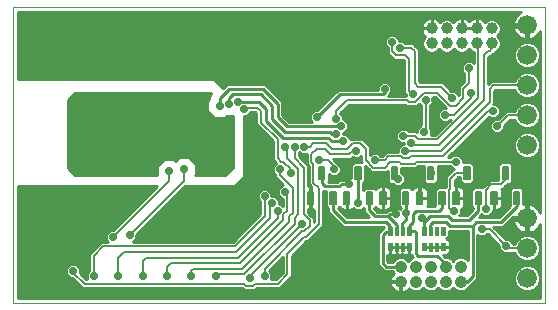
<source format=gbl>
G75*
%MOIN*%
%OFA0B0*%
%FSLAX25Y25*%
%IPPOS*%
%LPD*%
%AMOC8*
5,1,8,0,0,1.08239X$1,22.5*
%
%ADD10C,0.00000*%
%ADD11C,0.03937*%
%ADD12C,0.06600*%
%ADD13C,0.04159*%
%ADD14C,0.04200*%
%ADD15C,0.00591*%
%ADD16C,0.00260*%
%ADD17C,0.00201*%
%ADD18C,0.01000*%
%ADD19OC8,0.02420*%
%ADD20C,0.00800*%
%ADD21C,0.00600*%
D10*
X0050250Y0057425D02*
X0050250Y0155850D01*
X0227415Y0155850D01*
X0227415Y0057425D01*
X0050250Y0057425D01*
D11*
X0189679Y0143837D03*
X0194679Y0143837D03*
X0199679Y0143837D03*
X0204679Y0143837D03*
X0209679Y0143837D03*
X0209679Y0148837D03*
X0204679Y0148837D03*
X0199679Y0148837D03*
X0194679Y0148837D03*
X0189679Y0148837D03*
D12*
X0221500Y0149925D03*
X0221500Y0139925D03*
X0221500Y0129925D03*
X0221500Y0119925D03*
X0221500Y0109925D03*
X0221500Y0085550D03*
X0221500Y0075550D03*
X0221500Y0065550D03*
D13*
X0184399Y0064433D03*
X0184399Y0069433D03*
X0179399Y0069433D03*
X0179399Y0064433D03*
D14*
X0189399Y0064433D03*
X0194399Y0064433D03*
X0199399Y0064433D03*
X0199399Y0069433D03*
X0194399Y0069433D03*
X0189399Y0069433D03*
D15*
X0194020Y0090161D02*
X0194020Y0094413D01*
X0194020Y0090161D02*
X0192248Y0090161D01*
X0192248Y0094413D01*
X0194020Y0094413D01*
X0194020Y0090751D02*
X0192248Y0090751D01*
X0192248Y0091341D02*
X0194020Y0091341D01*
X0194020Y0091931D02*
X0192248Y0091931D01*
X0192248Y0092521D02*
X0194020Y0092521D01*
X0194020Y0093111D02*
X0192248Y0093111D01*
X0192248Y0093701D02*
X0194020Y0093701D01*
X0194020Y0094291D02*
X0192248Y0094291D01*
X0198656Y0094413D02*
X0198656Y0090161D01*
X0196884Y0090161D01*
X0196884Y0094413D01*
X0198656Y0094413D01*
X0198656Y0090751D02*
X0196884Y0090751D01*
X0196884Y0091341D02*
X0198656Y0091341D01*
X0198656Y0091931D02*
X0196884Y0091931D01*
X0196884Y0092521D02*
X0198656Y0092521D01*
X0198656Y0093111D02*
X0196884Y0093111D01*
X0196884Y0093701D02*
X0198656Y0093701D01*
X0198656Y0094291D02*
X0196884Y0094291D01*
X0202396Y0098508D02*
X0202396Y0102760D01*
X0202396Y0098508D02*
X0200624Y0098508D01*
X0200624Y0102760D01*
X0202396Y0102760D01*
X0202396Y0099098D02*
X0200624Y0099098D01*
X0200624Y0099688D02*
X0202396Y0099688D01*
X0202396Y0100278D02*
X0200624Y0100278D01*
X0200624Y0100868D02*
X0202396Y0100868D01*
X0202396Y0101458D02*
X0200624Y0101458D01*
X0200624Y0102048D02*
X0202396Y0102048D01*
X0202396Y0102638D02*
X0200624Y0102638D01*
X0190280Y0102760D02*
X0190280Y0098508D01*
X0188508Y0098508D01*
X0188508Y0102760D01*
X0190280Y0102760D01*
X0190280Y0099098D02*
X0188508Y0099098D01*
X0188508Y0099688D02*
X0190280Y0099688D01*
X0190280Y0100278D02*
X0188508Y0100278D01*
X0188508Y0100868D02*
X0190280Y0100868D01*
X0190280Y0101458D02*
X0188508Y0101458D01*
X0188508Y0102048D02*
X0190280Y0102048D01*
X0190280Y0102638D02*
X0188508Y0102638D01*
X0178164Y0102760D02*
X0178164Y0098508D01*
X0176392Y0098508D01*
X0176392Y0102760D01*
X0178164Y0102760D01*
X0178164Y0099098D02*
X0176392Y0099098D01*
X0176392Y0099688D02*
X0178164Y0099688D01*
X0178164Y0100278D02*
X0176392Y0100278D01*
X0176392Y0100868D02*
X0178164Y0100868D01*
X0178164Y0101458D02*
X0176392Y0101458D01*
X0176392Y0102048D02*
X0178164Y0102048D01*
X0178164Y0102638D02*
X0176392Y0102638D01*
X0166047Y0102735D02*
X0166047Y0098483D01*
X0164275Y0098483D01*
X0164275Y0102735D01*
X0166047Y0102735D01*
X0166047Y0099073D02*
X0164275Y0099073D01*
X0164275Y0099663D02*
X0166047Y0099663D01*
X0166047Y0100253D02*
X0164275Y0100253D01*
X0164275Y0100843D02*
X0166047Y0100843D01*
X0166047Y0101433D02*
X0164275Y0101433D01*
X0164275Y0102023D02*
X0166047Y0102023D01*
X0166047Y0102613D02*
X0164275Y0102613D01*
X0153931Y0102735D02*
X0153931Y0098483D01*
X0152159Y0098483D01*
X0152159Y0102735D01*
X0153931Y0102735D01*
X0153931Y0099073D02*
X0152159Y0099073D01*
X0152159Y0099663D02*
X0153931Y0099663D01*
X0153931Y0100253D02*
X0152159Y0100253D01*
X0152159Y0100843D02*
X0153931Y0100843D01*
X0153931Y0101433D02*
X0152159Y0101433D01*
X0152159Y0102023D02*
X0153931Y0102023D01*
X0153931Y0102613D02*
X0152159Y0102613D01*
X0150191Y0094389D02*
X0150191Y0090137D01*
X0148419Y0090137D01*
X0148419Y0094389D01*
X0150191Y0094389D01*
X0150191Y0090727D02*
X0148419Y0090727D01*
X0148419Y0091317D02*
X0150191Y0091317D01*
X0150191Y0091907D02*
X0148419Y0091907D01*
X0148419Y0092497D02*
X0150191Y0092497D01*
X0150191Y0093087D02*
X0148419Y0093087D01*
X0148419Y0093677D02*
X0150191Y0093677D01*
X0150191Y0094267D02*
X0148419Y0094267D01*
X0157671Y0094389D02*
X0157671Y0090137D01*
X0155899Y0090137D01*
X0155899Y0094389D01*
X0157671Y0094389D01*
X0157671Y0090727D02*
X0155899Y0090727D01*
X0155899Y0091317D02*
X0157671Y0091317D01*
X0157671Y0091907D02*
X0155899Y0091907D01*
X0155899Y0092497D02*
X0157671Y0092497D01*
X0157671Y0093087D02*
X0155899Y0093087D01*
X0155899Y0093677D02*
X0157671Y0093677D01*
X0157671Y0094267D02*
X0155899Y0094267D01*
X0162307Y0094389D02*
X0162307Y0090137D01*
X0160535Y0090137D01*
X0160535Y0094389D01*
X0162307Y0094389D01*
X0162307Y0090727D02*
X0160535Y0090727D01*
X0160535Y0091317D02*
X0162307Y0091317D01*
X0162307Y0091907D02*
X0160535Y0091907D01*
X0160535Y0092497D02*
X0162307Y0092497D01*
X0162307Y0093087D02*
X0160535Y0093087D01*
X0160535Y0093677D02*
X0162307Y0093677D01*
X0162307Y0094267D02*
X0160535Y0094267D01*
X0169788Y0094389D02*
X0169788Y0090137D01*
X0168016Y0090137D01*
X0168016Y0094389D01*
X0169788Y0094389D01*
X0169788Y0090727D02*
X0168016Y0090727D01*
X0168016Y0091317D02*
X0169788Y0091317D01*
X0169788Y0091907D02*
X0168016Y0091907D01*
X0168016Y0092497D02*
X0169788Y0092497D01*
X0169788Y0093087D02*
X0168016Y0093087D01*
X0168016Y0093677D02*
X0169788Y0093677D01*
X0169788Y0094267D02*
X0168016Y0094267D01*
X0174423Y0094413D02*
X0174423Y0090161D01*
X0172651Y0090161D01*
X0172651Y0094413D01*
X0174423Y0094413D01*
X0174423Y0090751D02*
X0172651Y0090751D01*
X0172651Y0091341D02*
X0174423Y0091341D01*
X0174423Y0091931D02*
X0172651Y0091931D01*
X0172651Y0092521D02*
X0174423Y0092521D01*
X0174423Y0093111D02*
X0172651Y0093111D01*
X0172651Y0093701D02*
X0174423Y0093701D01*
X0174423Y0094291D02*
X0172651Y0094291D01*
X0181904Y0094413D02*
X0181904Y0090161D01*
X0180132Y0090161D01*
X0180132Y0094413D01*
X0181904Y0094413D01*
X0181904Y0090751D02*
X0180132Y0090751D01*
X0180132Y0091341D02*
X0181904Y0091341D01*
X0181904Y0091931D02*
X0180132Y0091931D01*
X0180132Y0092521D02*
X0181904Y0092521D01*
X0181904Y0093111D02*
X0180132Y0093111D01*
X0180132Y0093701D02*
X0181904Y0093701D01*
X0181904Y0094291D02*
X0180132Y0094291D01*
X0186540Y0094413D02*
X0186540Y0090161D01*
X0184768Y0090161D01*
X0184768Y0094413D01*
X0186540Y0094413D01*
X0186540Y0090751D02*
X0184768Y0090751D01*
X0184768Y0091341D02*
X0186540Y0091341D01*
X0186540Y0091931D02*
X0184768Y0091931D01*
X0184768Y0092521D02*
X0186540Y0092521D01*
X0186540Y0093111D02*
X0184768Y0093111D01*
X0184768Y0093701D02*
X0186540Y0093701D01*
X0186540Y0094291D02*
X0184768Y0094291D01*
X0206136Y0094413D02*
X0206136Y0090161D01*
X0204364Y0090161D01*
X0204364Y0094413D01*
X0206136Y0094413D01*
X0206136Y0090751D02*
X0204364Y0090751D01*
X0204364Y0091341D02*
X0206136Y0091341D01*
X0206136Y0091931D02*
X0204364Y0091931D01*
X0204364Y0092521D02*
X0206136Y0092521D01*
X0206136Y0093111D02*
X0204364Y0093111D01*
X0204364Y0093701D02*
X0206136Y0093701D01*
X0206136Y0094291D02*
X0204364Y0094291D01*
X0211397Y0094413D02*
X0211397Y0090161D01*
X0209625Y0090161D01*
X0209625Y0094413D01*
X0211397Y0094413D01*
X0211397Y0090751D02*
X0209625Y0090751D01*
X0209625Y0091341D02*
X0211397Y0091341D01*
X0211397Y0091931D02*
X0209625Y0091931D01*
X0209625Y0092521D02*
X0211397Y0092521D01*
X0211397Y0093111D02*
X0209625Y0093111D01*
X0209625Y0093701D02*
X0211397Y0093701D01*
X0211397Y0094291D02*
X0209625Y0094291D01*
X0215137Y0098508D02*
X0215137Y0102760D01*
X0215137Y0098508D02*
X0213365Y0098508D01*
X0213365Y0102760D01*
X0215137Y0102760D01*
X0215137Y0099098D02*
X0213365Y0099098D01*
X0213365Y0099688D02*
X0215137Y0099688D01*
X0215137Y0100278D02*
X0213365Y0100278D01*
X0213365Y0100868D02*
X0215137Y0100868D01*
X0215137Y0101458D02*
X0213365Y0101458D01*
X0213365Y0102048D02*
X0215137Y0102048D01*
X0215137Y0102638D02*
X0213365Y0102638D01*
X0218877Y0094413D02*
X0218877Y0090161D01*
X0217105Y0090161D01*
X0217105Y0094413D01*
X0218877Y0094413D01*
X0218877Y0090751D02*
X0217105Y0090751D01*
X0217105Y0091341D02*
X0218877Y0091341D01*
X0218877Y0091931D02*
X0217105Y0091931D01*
X0217105Y0092521D02*
X0218877Y0092521D01*
X0218877Y0093111D02*
X0217105Y0093111D01*
X0217105Y0093701D02*
X0218877Y0093701D01*
X0218877Y0094291D02*
X0217105Y0094291D01*
D16*
X0192664Y0082541D02*
X0192664Y0080085D01*
X0192664Y0082541D02*
X0194136Y0082541D01*
X0194136Y0080085D01*
X0192664Y0080085D01*
X0192664Y0080344D02*
X0194136Y0080344D01*
X0194136Y0080603D02*
X0192664Y0080603D01*
X0192664Y0080862D02*
X0194136Y0080862D01*
X0194136Y0081121D02*
X0192664Y0081121D01*
X0192664Y0081380D02*
X0194136Y0081380D01*
X0194136Y0081639D02*
X0192664Y0081639D01*
X0192664Y0081898D02*
X0194136Y0081898D01*
X0194136Y0082157D02*
X0192664Y0082157D01*
X0192664Y0082416D02*
X0194136Y0082416D01*
X0186364Y0082541D02*
X0186364Y0080085D01*
X0186364Y0082541D02*
X0187836Y0082541D01*
X0187836Y0080085D01*
X0186364Y0080085D01*
X0186364Y0080344D02*
X0187836Y0080344D01*
X0187836Y0080603D02*
X0186364Y0080603D01*
X0186364Y0080862D02*
X0187836Y0080862D01*
X0187836Y0081121D02*
X0186364Y0081121D01*
X0186364Y0081380D02*
X0187836Y0081380D01*
X0187836Y0081639D02*
X0186364Y0081639D01*
X0186364Y0081898D02*
X0187836Y0081898D01*
X0187836Y0082157D02*
X0186364Y0082157D01*
X0186364Y0082416D02*
X0187836Y0082416D01*
X0181414Y0082541D02*
X0181414Y0080085D01*
X0181414Y0082541D02*
X0182886Y0082541D01*
X0182886Y0080085D01*
X0181414Y0080085D01*
X0181414Y0080344D02*
X0182886Y0080344D01*
X0182886Y0080603D02*
X0181414Y0080603D01*
X0181414Y0080862D02*
X0182886Y0080862D01*
X0182886Y0081121D02*
X0181414Y0081121D01*
X0181414Y0081380D02*
X0182886Y0081380D01*
X0182886Y0081639D02*
X0181414Y0081639D01*
X0181414Y0081898D02*
X0182886Y0081898D01*
X0182886Y0082157D02*
X0181414Y0082157D01*
X0181414Y0082416D02*
X0182886Y0082416D01*
X0182886Y0077265D02*
X0182886Y0074809D01*
X0181414Y0074809D01*
X0181414Y0077265D01*
X0182886Y0077265D01*
X0182886Y0075068D02*
X0181414Y0075068D01*
X0181414Y0075327D02*
X0182886Y0075327D01*
X0182886Y0075586D02*
X0181414Y0075586D01*
X0181414Y0075845D02*
X0182886Y0075845D01*
X0182886Y0076104D02*
X0181414Y0076104D01*
X0181414Y0076363D02*
X0182886Y0076363D01*
X0182886Y0076622D02*
X0181414Y0076622D01*
X0181414Y0076881D02*
X0182886Y0076881D01*
X0182886Y0077140D02*
X0181414Y0077140D01*
X0176586Y0077265D02*
X0176586Y0074809D01*
X0175114Y0074809D01*
X0175114Y0077265D01*
X0176586Y0077265D01*
X0176586Y0075068D02*
X0175114Y0075068D01*
X0175114Y0075327D02*
X0176586Y0075327D01*
X0176586Y0075586D02*
X0175114Y0075586D01*
X0175114Y0075845D02*
X0176586Y0075845D01*
X0176586Y0076104D02*
X0175114Y0076104D01*
X0175114Y0076363D02*
X0176586Y0076363D01*
X0176586Y0076622D02*
X0175114Y0076622D01*
X0175114Y0076881D02*
X0176586Y0076881D01*
X0176586Y0077140D02*
X0175114Y0077140D01*
X0175114Y0080085D02*
X0175114Y0082541D01*
X0176586Y0082541D01*
X0176586Y0080085D01*
X0175114Y0080085D01*
X0175114Y0080344D02*
X0176586Y0080344D01*
X0176586Y0080603D02*
X0175114Y0080603D01*
X0175114Y0080862D02*
X0176586Y0080862D01*
X0176586Y0081121D02*
X0175114Y0081121D01*
X0175114Y0081380D02*
X0176586Y0081380D01*
X0176586Y0081639D02*
X0175114Y0081639D01*
X0175114Y0081898D02*
X0176586Y0081898D01*
X0176586Y0082157D02*
X0175114Y0082157D01*
X0175114Y0082416D02*
X0176586Y0082416D01*
X0187836Y0077265D02*
X0187836Y0074809D01*
X0186364Y0074809D01*
X0186364Y0077265D01*
X0187836Y0077265D01*
X0187836Y0075068D02*
X0186364Y0075068D01*
X0186364Y0075327D02*
X0187836Y0075327D01*
X0187836Y0075586D02*
X0186364Y0075586D01*
X0186364Y0075845D02*
X0187836Y0075845D01*
X0187836Y0076104D02*
X0186364Y0076104D01*
X0186364Y0076363D02*
X0187836Y0076363D01*
X0187836Y0076622D02*
X0186364Y0076622D01*
X0186364Y0076881D02*
X0187836Y0076881D01*
X0187836Y0077140D02*
X0186364Y0077140D01*
X0194136Y0077265D02*
X0194136Y0074809D01*
X0192664Y0074809D01*
X0192664Y0077265D01*
X0194136Y0077265D01*
X0194136Y0075068D02*
X0192664Y0075068D01*
X0192664Y0075327D02*
X0194136Y0075327D01*
X0194136Y0075586D02*
X0192664Y0075586D01*
X0192664Y0075845D02*
X0194136Y0075845D01*
X0194136Y0076104D02*
X0192664Y0076104D01*
X0192664Y0076363D02*
X0194136Y0076363D01*
X0194136Y0076622D02*
X0192664Y0076622D01*
X0192664Y0076881D02*
X0194136Y0076881D01*
X0194136Y0077140D02*
X0192664Y0077140D01*
D17*
X0191803Y0077295D02*
X0191803Y0074779D01*
X0190665Y0074779D01*
X0190665Y0077295D01*
X0191803Y0077295D01*
X0191803Y0074979D02*
X0190665Y0074979D01*
X0190665Y0075179D02*
X0191803Y0075179D01*
X0191803Y0075379D02*
X0190665Y0075379D01*
X0190665Y0075579D02*
X0191803Y0075579D01*
X0191803Y0075779D02*
X0190665Y0075779D01*
X0190665Y0075979D02*
X0191803Y0075979D01*
X0191803Y0076179D02*
X0190665Y0076179D01*
X0190665Y0076379D02*
X0191803Y0076379D01*
X0191803Y0076579D02*
X0190665Y0076579D01*
X0190665Y0076779D02*
X0191803Y0076779D01*
X0191803Y0076979D02*
X0190665Y0076979D01*
X0190665Y0077179D02*
X0191803Y0077179D01*
X0189835Y0077295D02*
X0189835Y0074779D01*
X0188697Y0074779D01*
X0188697Y0077295D01*
X0189835Y0077295D01*
X0189835Y0074979D02*
X0188697Y0074979D01*
X0188697Y0075179D02*
X0189835Y0075179D01*
X0189835Y0075379D02*
X0188697Y0075379D01*
X0188697Y0075579D02*
X0189835Y0075579D01*
X0189835Y0075779D02*
X0188697Y0075779D01*
X0188697Y0075979D02*
X0189835Y0075979D01*
X0189835Y0076179D02*
X0188697Y0076179D01*
X0188697Y0076379D02*
X0189835Y0076379D01*
X0189835Y0076579D02*
X0188697Y0076579D01*
X0188697Y0076779D02*
X0189835Y0076779D01*
X0189835Y0076979D02*
X0188697Y0076979D01*
X0188697Y0077179D02*
X0189835Y0077179D01*
X0188697Y0080055D02*
X0188697Y0082571D01*
X0189835Y0082571D01*
X0189835Y0080055D01*
X0188697Y0080055D01*
X0188697Y0080255D02*
X0189835Y0080255D01*
X0189835Y0080455D02*
X0188697Y0080455D01*
X0188697Y0080655D02*
X0189835Y0080655D01*
X0189835Y0080855D02*
X0188697Y0080855D01*
X0188697Y0081055D02*
X0189835Y0081055D01*
X0189835Y0081255D02*
X0188697Y0081255D01*
X0188697Y0081455D02*
X0189835Y0081455D01*
X0189835Y0081655D02*
X0188697Y0081655D01*
X0188697Y0081855D02*
X0189835Y0081855D01*
X0189835Y0082055D02*
X0188697Y0082055D01*
X0188697Y0082255D02*
X0189835Y0082255D01*
X0189835Y0082455D02*
X0188697Y0082455D01*
X0190665Y0082571D02*
X0190665Y0080055D01*
X0190665Y0082571D02*
X0191803Y0082571D01*
X0191803Y0080055D01*
X0190665Y0080055D01*
X0190665Y0080255D02*
X0191803Y0080255D01*
X0191803Y0080455D02*
X0190665Y0080455D01*
X0190665Y0080655D02*
X0191803Y0080655D01*
X0191803Y0080855D02*
X0190665Y0080855D01*
X0190665Y0081055D02*
X0191803Y0081055D01*
X0191803Y0081255D02*
X0190665Y0081255D01*
X0190665Y0081455D02*
X0191803Y0081455D01*
X0191803Y0081655D02*
X0190665Y0081655D01*
X0190665Y0081855D02*
X0191803Y0081855D01*
X0191803Y0082055D02*
X0190665Y0082055D01*
X0190665Y0082255D02*
X0191803Y0082255D01*
X0191803Y0082455D02*
X0190665Y0082455D01*
X0179415Y0082571D02*
X0179415Y0080055D01*
X0179415Y0082571D02*
X0180553Y0082571D01*
X0180553Y0080055D01*
X0179415Y0080055D01*
X0179415Y0080255D02*
X0180553Y0080255D01*
X0180553Y0080455D02*
X0179415Y0080455D01*
X0179415Y0080655D02*
X0180553Y0080655D01*
X0180553Y0080855D02*
X0179415Y0080855D01*
X0179415Y0081055D02*
X0180553Y0081055D01*
X0180553Y0081255D02*
X0179415Y0081255D01*
X0179415Y0081455D02*
X0180553Y0081455D01*
X0180553Y0081655D02*
X0179415Y0081655D01*
X0179415Y0081855D02*
X0180553Y0081855D01*
X0180553Y0082055D02*
X0179415Y0082055D01*
X0179415Y0082255D02*
X0180553Y0082255D01*
X0180553Y0082455D02*
X0179415Y0082455D01*
X0177447Y0082571D02*
X0177447Y0080055D01*
X0177447Y0082571D02*
X0178585Y0082571D01*
X0178585Y0080055D01*
X0177447Y0080055D01*
X0177447Y0080255D02*
X0178585Y0080255D01*
X0178585Y0080455D02*
X0177447Y0080455D01*
X0177447Y0080655D02*
X0178585Y0080655D01*
X0178585Y0080855D02*
X0177447Y0080855D01*
X0177447Y0081055D02*
X0178585Y0081055D01*
X0178585Y0081255D02*
X0177447Y0081255D01*
X0177447Y0081455D02*
X0178585Y0081455D01*
X0178585Y0081655D02*
X0177447Y0081655D01*
X0177447Y0081855D02*
X0178585Y0081855D01*
X0178585Y0082055D02*
X0177447Y0082055D01*
X0177447Y0082255D02*
X0178585Y0082255D01*
X0178585Y0082455D02*
X0177447Y0082455D01*
X0178585Y0077295D02*
X0178585Y0074779D01*
X0177447Y0074779D01*
X0177447Y0077295D01*
X0178585Y0077295D01*
X0178585Y0074979D02*
X0177447Y0074979D01*
X0177447Y0075179D02*
X0178585Y0075179D01*
X0178585Y0075379D02*
X0177447Y0075379D01*
X0177447Y0075579D02*
X0178585Y0075579D01*
X0178585Y0075779D02*
X0177447Y0075779D01*
X0177447Y0075979D02*
X0178585Y0075979D01*
X0178585Y0076179D02*
X0177447Y0076179D01*
X0177447Y0076379D02*
X0178585Y0076379D01*
X0178585Y0076579D02*
X0177447Y0076579D01*
X0177447Y0076779D02*
X0178585Y0076779D01*
X0178585Y0076979D02*
X0177447Y0076979D01*
X0177447Y0077179D02*
X0178585Y0077179D01*
X0180553Y0077295D02*
X0180553Y0074779D01*
X0179415Y0074779D01*
X0179415Y0077295D01*
X0180553Y0077295D01*
X0180553Y0074979D02*
X0179415Y0074979D01*
X0179415Y0075179D02*
X0180553Y0075179D01*
X0180553Y0075379D02*
X0179415Y0075379D01*
X0179415Y0075579D02*
X0180553Y0075579D01*
X0180553Y0075779D02*
X0179415Y0075779D01*
X0179415Y0075979D02*
X0180553Y0075979D01*
X0180553Y0076179D02*
X0179415Y0076179D01*
X0179415Y0076379D02*
X0180553Y0076379D01*
X0180553Y0076579D02*
X0179415Y0076579D01*
X0179415Y0076779D02*
X0180553Y0076779D01*
X0180553Y0076979D02*
X0179415Y0076979D01*
X0179415Y0077179D02*
X0180553Y0077179D01*
D18*
X0179984Y0076037D02*
X0182149Y0076037D01*
X0179984Y0076037D01*
X0178217Y0076037D01*
X0178016Y0076037D01*
X0178016Y0076037D01*
X0179984Y0076037D01*
X0179984Y0076037D01*
X0179984Y0076037D01*
X0178016Y0076037D02*
X0175851Y0076037D01*
X0175851Y0076037D01*
X0178016Y0076037D01*
X0178016Y0076037D01*
X0178016Y0074003D02*
X0178016Y0074003D01*
X0178016Y0073179D01*
X0178795Y0073179D01*
X0179000Y0073234D01*
X0179205Y0073179D01*
X0179984Y0073179D01*
X0179984Y0074003D01*
X0179984Y0073179D01*
X0180764Y0073179D01*
X0180981Y0073237D01*
X0181199Y0073179D01*
X0182150Y0073179D01*
X0183025Y0073179D01*
X0183025Y0073012D01*
X0183525Y0072512D01*
X0182598Y0072128D01*
X0181899Y0071429D01*
X0181200Y0072128D01*
X0180031Y0072612D01*
X0178766Y0072612D01*
X0177598Y0072128D01*
X0176703Y0071234D01*
X0176620Y0071033D01*
X0175155Y0071033D01*
X0174975Y0071213D01*
X0174975Y0073179D01*
X0175850Y0073179D01*
X0175850Y0074554D01*
X0175850Y0074554D01*
X0175850Y0073179D01*
X0176801Y0073179D01*
X0177019Y0073237D01*
X0177236Y0073179D01*
X0178016Y0073179D01*
X0178016Y0074003D01*
X0178016Y0073401D02*
X0178016Y0073401D01*
X0178260Y0072403D02*
X0174975Y0072403D01*
X0174975Y0071404D02*
X0176873Y0071404D01*
X0175850Y0073401D02*
X0175850Y0073401D01*
X0175850Y0074400D02*
X0175850Y0074400D01*
X0171775Y0074400D02*
X0144346Y0074400D01*
X0145345Y0075398D02*
X0171775Y0075398D01*
X0171775Y0076397D02*
X0146343Y0076397D01*
X0147342Y0077395D02*
X0171775Y0077395D01*
X0171775Y0078394D02*
X0148965Y0078394D01*
X0148371Y0077800D02*
X0153625Y0083054D01*
X0153625Y0094575D01*
X0154504Y0094575D01*
X0154504Y0089559D01*
X0155185Y0088878D01*
X0155185Y0087727D01*
X0159275Y0083637D01*
X0160212Y0082700D01*
X0173884Y0082700D01*
X0173884Y0082697D01*
X0173805Y0082618D01*
X0173668Y0082597D01*
X0173348Y0082161D01*
X0171775Y0080588D01*
X0171775Y0069887D01*
X0172712Y0068950D01*
X0173829Y0067833D01*
X0176620Y0067833D01*
X0176703Y0067632D01*
X0177120Y0067215D01*
X0177117Y0067213D01*
X0176618Y0066715D01*
X0176226Y0066128D01*
X0175957Y0065477D01*
X0175819Y0064785D01*
X0175819Y0064573D01*
X0179259Y0064573D01*
X0179259Y0064293D01*
X0179538Y0064293D01*
X0179538Y0060853D01*
X0179751Y0060853D01*
X0180443Y0060991D01*
X0181094Y0061261D01*
X0181680Y0061652D01*
X0182179Y0062151D01*
X0182181Y0062154D01*
X0182598Y0061737D01*
X0183766Y0061253D01*
X0185031Y0061253D01*
X0186200Y0061737D01*
X0186884Y0062422D01*
X0187586Y0061720D01*
X0188762Y0061233D01*
X0190035Y0061233D01*
X0191211Y0061720D01*
X0191899Y0062407D01*
X0192586Y0061720D01*
X0193762Y0061233D01*
X0195035Y0061233D01*
X0196211Y0061720D01*
X0196899Y0062407D01*
X0197586Y0061720D01*
X0198762Y0061233D01*
X0200035Y0061233D01*
X0201211Y0061720D01*
X0202111Y0062620D01*
X0202200Y0062833D01*
X0202296Y0062833D01*
X0204038Y0064575D01*
X0204975Y0065512D01*
X0204975Y0080058D01*
X0205543Y0079490D01*
X0207457Y0079490D01*
X0208267Y0080300D01*
X0208379Y0080300D01*
X0212315Y0076364D01*
X0212315Y0075218D01*
X0213668Y0073865D01*
X0215582Y0073865D01*
X0215767Y0074050D01*
X0217359Y0074050D01*
X0217770Y0073058D01*
X0219008Y0071820D01*
X0220625Y0071150D01*
X0222375Y0071150D01*
X0223992Y0071820D01*
X0225230Y0073058D01*
X0225900Y0074675D01*
X0225900Y0076425D01*
X0225230Y0078042D01*
X0223992Y0079280D01*
X0222375Y0079950D01*
X0220625Y0079950D01*
X0219008Y0079280D01*
X0217770Y0078042D01*
X0217359Y0077050D01*
X0216935Y0077050D01*
X0216935Y0077132D01*
X0215582Y0078485D01*
X0214436Y0078485D01*
X0210221Y0082700D01*
X0213413Y0082700D01*
X0216747Y0086034D01*
X0221016Y0086034D01*
X0221016Y0085066D01*
X0221984Y0085066D01*
X0221984Y0080767D01*
X0222624Y0080868D01*
X0223343Y0081102D01*
X0224016Y0081445D01*
X0224627Y0081889D01*
X0225161Y0082423D01*
X0225605Y0083034D01*
X0225915Y0083643D01*
X0225915Y0058925D01*
X0051750Y0058925D01*
X0051750Y0096175D01*
X0098129Y0096175D01*
X0083564Y0081610D01*
X0082418Y0081610D01*
X0081065Y0080257D01*
X0081065Y0078343D01*
X0081733Y0077675D01*
X0079629Y0077675D01*
X0078750Y0076796D01*
X0075625Y0073671D01*
X0075625Y0067942D01*
X0074815Y0067132D01*
X0074815Y0065218D01*
X0074858Y0065175D01*
X0074621Y0065175D01*
X0072560Y0067236D01*
X0072560Y0069007D01*
X0071207Y0070360D01*
X0069293Y0070360D01*
X0067940Y0069007D01*
X0067940Y0067093D01*
X0069293Y0065740D01*
X0069814Y0065740D01*
X0072500Y0063054D01*
X0072500Y0063054D01*
X0073379Y0062175D01*
X0126504Y0062175D01*
X0127129Y0061550D01*
X0130871Y0061550D01*
X0131496Y0062175D01*
X0138996Y0062175D01*
X0142121Y0065300D01*
X0143000Y0066179D01*
X0143000Y0073054D01*
X0147746Y0077800D01*
X0148371Y0077800D01*
X0149964Y0079392D02*
X0171775Y0079392D01*
X0171775Y0080391D02*
X0150962Y0080391D01*
X0151961Y0081389D02*
X0172577Y0081389D01*
X0173515Y0082388D02*
X0152959Y0082388D01*
X0153625Y0083386D02*
X0159526Y0083386D01*
X0158527Y0084385D02*
X0153625Y0084385D01*
X0153625Y0085383D02*
X0157529Y0085383D01*
X0156530Y0086382D02*
X0153625Y0086382D01*
X0153625Y0087380D02*
X0155532Y0087380D01*
X0155185Y0088379D02*
X0153625Y0088379D01*
X0153625Y0089377D02*
X0154686Y0089377D01*
X0154504Y0090376D02*
X0153625Y0090376D01*
X0153625Y0091374D02*
X0154504Y0091374D01*
X0154504Y0092373D02*
X0153625Y0092373D01*
X0153625Y0093371D02*
X0154504Y0093371D01*
X0154504Y0094370D02*
X0153625Y0094370D01*
X0154000Y0096175D02*
X0153045Y0097130D01*
X0153045Y0100609D01*
X0155326Y0100331D02*
X0155326Y0097905D01*
X0155196Y0097775D01*
X0158337Y0097775D01*
X0158962Y0098400D01*
X0160288Y0098400D01*
X0160458Y0098400D01*
X0161168Y0099110D01*
X0162880Y0099110D01*
X0162880Y0103313D01*
X0163698Y0104130D01*
X0166423Y0104130D01*
X0166250Y0104304D01*
X0166250Y0106408D01*
X0165582Y0105740D01*
X0163668Y0105740D01*
X0163427Y0105981D01*
X0162746Y0105300D01*
X0156855Y0105300D01*
X0157705Y0104450D01*
X0157705Y0104450D01*
X0158045Y0104110D01*
X0158082Y0104110D01*
X0159435Y0102757D01*
X0159435Y0100843D01*
X0158082Y0099490D01*
X0156168Y0099490D01*
X0155326Y0100331D01*
X0155326Y0099362D02*
X0162880Y0099362D01*
X0162880Y0100361D02*
X0158953Y0100361D01*
X0159435Y0101359D02*
X0162880Y0101359D01*
X0162880Y0102358D02*
X0159435Y0102358D01*
X0158836Y0103357D02*
X0162924Y0103357D01*
X0162800Y0105354D02*
X0166250Y0105354D01*
X0166250Y0106352D02*
X0166194Y0106352D01*
X0166250Y0104355D02*
X0157800Y0104355D01*
X0158926Y0098364D02*
X0155326Y0098364D01*
X0154000Y0096175D02*
X0159000Y0096175D01*
X0159625Y0096800D01*
X0162125Y0096800D01*
X0166761Y0097224D02*
X0166761Y0095107D01*
X0167438Y0095784D01*
X0170365Y0095784D01*
X0171002Y0095147D01*
X0171215Y0095516D01*
X0171549Y0095850D01*
X0171959Y0096086D01*
X0172415Y0096208D01*
X0173447Y0096208D01*
X0173447Y0092378D01*
X0173628Y0092378D01*
X0173628Y0096208D01*
X0174660Y0096208D01*
X0175116Y0096086D01*
X0175526Y0095850D01*
X0175860Y0095516D01*
X0176096Y0095106D01*
X0176218Y0094650D01*
X0176218Y0092378D01*
X0173628Y0092378D01*
X0173628Y0092197D01*
X0176218Y0092197D01*
X0176218Y0089925D01*
X0176096Y0089468D01*
X0175860Y0089059D01*
X0175526Y0088725D01*
X0175116Y0088488D01*
X0174660Y0088366D01*
X0173628Y0088366D01*
X0173628Y0092197D01*
X0173447Y0092197D01*
X0173447Y0088366D01*
X0172415Y0088366D01*
X0171959Y0088488D01*
X0171549Y0088725D01*
X0171215Y0089059D01*
X0171020Y0089396D01*
X0170502Y0088878D01*
X0170502Y0088811D01*
X0171538Y0087775D01*
X0174587Y0087775D01*
X0175212Y0088400D01*
X0176083Y0088400D01*
X0176793Y0089110D01*
X0178707Y0089110D01*
X0179071Y0088746D01*
X0179323Y0088997D01*
X0178737Y0089583D01*
X0178737Y0094991D01*
X0179554Y0095808D01*
X0182481Y0095808D01*
X0183127Y0095163D01*
X0183331Y0095516D01*
X0183665Y0095850D01*
X0184075Y0096086D01*
X0184531Y0096208D01*
X0185563Y0096208D01*
X0185563Y0092378D01*
X0185744Y0092378D01*
X0185744Y0096208D01*
X0186776Y0096208D01*
X0187232Y0096086D01*
X0187642Y0095850D01*
X0187976Y0095516D01*
X0188212Y0095106D01*
X0188335Y0094650D01*
X0188335Y0092378D01*
X0185744Y0092378D01*
X0185744Y0092197D01*
X0188335Y0092197D01*
X0188335Y0089925D01*
X0188261Y0089650D01*
X0190853Y0089650D01*
X0190853Y0094991D01*
X0191670Y0095808D01*
X0194325Y0095808D01*
X0194375Y0095859D01*
X0194375Y0099296D01*
X0195254Y0100175D01*
X0197068Y0101990D01*
X0196793Y0101990D01*
X0195983Y0102800D01*
X0191675Y0102800D01*
X0191675Y0101767D01*
X0191935Y0101507D01*
X0191935Y0099593D01*
X0191675Y0099333D01*
X0191675Y0097930D01*
X0190857Y0097112D01*
X0187930Y0097112D01*
X0187113Y0097930D01*
X0187113Y0102800D01*
X0185246Y0102800D01*
X0184621Y0102175D01*
X0179559Y0102175D01*
X0179559Y0100758D01*
X0180685Y0099632D01*
X0180685Y0097718D01*
X0179332Y0096365D01*
X0177418Y0096365D01*
X0176670Y0097112D01*
X0175814Y0097112D01*
X0174996Y0097930D01*
X0174996Y0101300D01*
X0174621Y0100925D01*
X0169629Y0100925D01*
X0168750Y0101804D01*
X0167443Y0103111D01*
X0167443Y0097905D01*
X0166761Y0097224D01*
X0166903Y0097365D02*
X0175561Y0097365D01*
X0174996Y0098364D02*
X0167443Y0098364D01*
X0167443Y0099362D02*
X0174996Y0099362D01*
X0174996Y0100361D02*
X0167443Y0100361D01*
X0167443Y0101359D02*
X0169194Y0101359D01*
X0168196Y0102358D02*
X0167443Y0102358D01*
X0165161Y0100609D02*
X0165161Y0090639D01*
X0165250Y0090550D01*
X0163621Y0088912D02*
X0164293Y0088240D01*
X0166207Y0088240D01*
X0167073Y0089106D01*
X0167302Y0088878D01*
X0167302Y0087486D01*
X0168239Y0086548D01*
X0168887Y0085900D01*
X0161538Y0085900D01*
X0158473Y0088965D01*
X0158895Y0089387D01*
X0159099Y0089034D01*
X0159433Y0088700D01*
X0159842Y0088464D01*
X0160299Y0088341D01*
X0161331Y0088341D01*
X0161331Y0092172D01*
X0161512Y0092172D01*
X0161512Y0088341D01*
X0162543Y0088341D01*
X0163000Y0088464D01*
X0163409Y0088700D01*
X0163621Y0088912D01*
X0164154Y0088379D02*
X0162683Y0088379D01*
X0161512Y0088379D02*
X0161331Y0088379D01*
X0161331Y0089377D02*
X0161512Y0089377D01*
X0161512Y0090376D02*
X0161331Y0090376D01*
X0161331Y0091374D02*
X0161512Y0091374D01*
X0158901Y0089377D02*
X0158885Y0089377D01*
X0159059Y0088379D02*
X0160159Y0088379D01*
X0160057Y0087380D02*
X0167407Y0087380D01*
X0167302Y0088379D02*
X0166346Y0088379D01*
X0168902Y0088148D02*
X0168902Y0092263D01*
X0171001Y0089377D02*
X0171031Y0089377D01*
X0170934Y0088379D02*
X0172367Y0088379D01*
X0173447Y0088379D02*
X0173628Y0088379D01*
X0173628Y0089377D02*
X0173447Y0089377D01*
X0173447Y0090376D02*
X0173628Y0090376D01*
X0173628Y0091374D02*
X0173447Y0091374D01*
X0173628Y0092373D02*
X0178737Y0092373D01*
X0178737Y0093371D02*
X0176218Y0093371D01*
X0176218Y0094370D02*
X0178737Y0094370D01*
X0179114Y0095368D02*
X0175945Y0095368D01*
X0177416Y0096367D02*
X0166761Y0096367D01*
X0166761Y0095368D02*
X0167022Y0095368D01*
X0170781Y0095368D02*
X0171130Y0095368D01*
X0173447Y0095368D02*
X0173628Y0095368D01*
X0173628Y0094370D02*
X0173447Y0094370D01*
X0173447Y0093371D02*
X0173628Y0093371D01*
X0176218Y0091374D02*
X0178737Y0091374D01*
X0178737Y0090376D02*
X0176218Y0090376D01*
X0176044Y0089377D02*
X0178943Y0089377D01*
X0181018Y0088050D02*
X0181018Y0087425D01*
X0181018Y0085068D01*
X0179984Y0084034D01*
X0179984Y0081313D01*
X0178016Y0081313D02*
X0178016Y0083409D01*
X0175250Y0086175D01*
X0175875Y0086800D01*
X0177750Y0086800D01*
X0175250Y0086175D02*
X0170875Y0086175D01*
X0168902Y0088148D01*
X0168405Y0086382D02*
X0161056Y0086382D01*
X0160875Y0084300D02*
X0156785Y0088390D01*
X0156785Y0092263D01*
X0150625Y0088394D02*
X0150625Y0084296D01*
X0150500Y0084171D01*
X0150500Y0085546D01*
X0149621Y0086425D01*
X0148625Y0087421D01*
X0148625Y0088341D01*
X0149215Y0088341D01*
X0149215Y0092172D01*
X0149396Y0092172D01*
X0149396Y0088341D01*
X0150427Y0088341D01*
X0150625Y0088394D01*
X0150625Y0088379D02*
X0150567Y0088379D01*
X0150625Y0087380D02*
X0148666Y0087380D01*
X0149215Y0088379D02*
X0149396Y0088379D01*
X0149396Y0089377D02*
X0149215Y0089377D01*
X0149215Y0090376D02*
X0149396Y0090376D01*
X0149396Y0091374D02*
X0149215Y0091374D01*
X0149215Y0092353D02*
X0149215Y0096184D01*
X0148625Y0096184D01*
X0148625Y0103046D01*
X0147746Y0103925D01*
X0145500Y0106171D01*
X0145500Y0107533D01*
X0145562Y0107595D01*
X0146168Y0106990D01*
X0148082Y0106990D01*
X0148125Y0107033D01*
X0148125Y0103679D01*
X0148750Y0103054D01*
X0148750Y0096804D01*
X0149396Y0096158D01*
X0149396Y0092353D01*
X0149215Y0092353D01*
X0149215Y0092373D02*
X0149396Y0092373D01*
X0149396Y0093371D02*
X0149215Y0093371D01*
X0149215Y0094370D02*
X0149396Y0094370D01*
X0149396Y0095368D02*
X0149215Y0095368D01*
X0149187Y0096367D02*
X0148625Y0096367D01*
X0148625Y0097365D02*
X0148750Y0097365D01*
X0148750Y0098364D02*
X0148625Y0098364D01*
X0148625Y0099362D02*
X0148750Y0099362D01*
X0148750Y0100361D02*
X0148625Y0100361D01*
X0148625Y0101359D02*
X0148750Y0101359D01*
X0148750Y0102358D02*
X0148625Y0102358D01*
X0148447Y0103357D02*
X0148315Y0103357D01*
X0148125Y0104355D02*
X0147316Y0104355D01*
X0148125Y0105354D02*
X0146318Y0105354D01*
X0145500Y0106352D02*
X0148125Y0106352D01*
X0145807Y0107351D02*
X0145500Y0107351D01*
X0140250Y0112425D02*
X0155250Y0112425D01*
X0156500Y0111175D01*
X0160250Y0111175D01*
X0162349Y0112343D02*
X0177940Y0112343D01*
X0177940Y0112093D02*
X0179293Y0110740D01*
X0180440Y0110740D01*
X0180440Y0110360D01*
X0179918Y0110360D01*
X0178565Y0109007D01*
X0178565Y0107675D01*
X0174629Y0107675D01*
X0173750Y0106796D01*
X0173379Y0106425D01*
X0172642Y0106425D01*
X0171832Y0107235D01*
X0169918Y0107235D01*
X0169250Y0106567D01*
X0169250Y0109296D01*
X0168371Y0110175D01*
X0166496Y0112050D01*
X0162754Y0112050D01*
X0162560Y0111857D01*
X0162560Y0112132D01*
X0161207Y0113485D01*
X0160060Y0113485D01*
X0160060Y0113865D01*
X0160582Y0113865D01*
X0161935Y0115218D01*
X0161935Y0117132D01*
X0160582Y0118485D01*
X0160060Y0118485D01*
X0160060Y0119632D01*
X0159250Y0120442D01*
X0159250Y0120554D01*
X0162121Y0123425D01*
X0180879Y0123425D01*
X0181504Y0122800D01*
X0184621Y0122800D01*
X0185615Y0123793D01*
X0186250Y0123158D01*
X0186250Y0116610D01*
X0186168Y0116610D01*
X0184815Y0115257D01*
X0184815Y0114357D01*
X0184621Y0114550D01*
X0182017Y0114550D01*
X0181207Y0115360D01*
X0179293Y0115360D01*
X0177940Y0114007D01*
X0177940Y0112093D01*
X0178688Y0111345D02*
X0167202Y0111345D01*
X0168200Y0110346D02*
X0179904Y0110346D01*
X0178905Y0109348D02*
X0169199Y0109348D01*
X0169250Y0108349D02*
X0178565Y0108349D01*
X0174304Y0107351D02*
X0169250Y0107351D01*
X0161351Y0113342D02*
X0177940Y0113342D01*
X0178273Y0114340D02*
X0161057Y0114340D01*
X0161935Y0115339D02*
X0179272Y0115339D01*
X0181228Y0115339D02*
X0184897Y0115339D01*
X0185895Y0116337D02*
X0161935Y0116337D01*
X0161731Y0117336D02*
X0186250Y0117336D01*
X0186250Y0118334D02*
X0160733Y0118334D01*
X0160060Y0119333D02*
X0186250Y0119333D01*
X0186250Y0120331D02*
X0159361Y0120331D01*
X0160026Y0121330D02*
X0186250Y0121330D01*
X0186250Y0122328D02*
X0161025Y0122328D01*
X0162023Y0123327D02*
X0180977Y0123327D01*
X0181065Y0126425D02*
X0175263Y0126425D01*
X0175600Y0126762D01*
X0175600Y0127008D01*
X0176310Y0127718D01*
X0176310Y0129632D01*
X0174957Y0130985D01*
X0173043Y0130985D01*
X0171690Y0129632D01*
X0171690Y0128400D01*
X0158337Y0128400D01*
X0151547Y0121610D01*
X0150543Y0121610D01*
X0149190Y0120257D01*
X0149190Y0118343D01*
X0149758Y0117775D01*
X0142163Y0117775D01*
X0139975Y0119963D01*
X0139975Y0124338D01*
X0139038Y0125275D01*
X0134038Y0130275D01*
X0121462Y0130275D01*
X0120525Y0129338D01*
X0120525Y0129338D01*
X0120056Y0128869D01*
X0117125Y0131800D01*
X0051750Y0131800D01*
X0051750Y0154350D01*
X0219612Y0154350D01*
X0218984Y0154030D01*
X0218373Y0153586D01*
X0217839Y0153052D01*
X0217395Y0152441D01*
X0217052Y0151768D01*
X0216818Y0151049D01*
X0216717Y0150409D01*
X0221016Y0150409D01*
X0221016Y0149441D01*
X0221984Y0149441D01*
X0221984Y0145142D01*
X0222624Y0145243D01*
X0223343Y0145477D01*
X0224016Y0145820D01*
X0224627Y0146264D01*
X0225161Y0146798D01*
X0225605Y0147409D01*
X0225915Y0148018D01*
X0225915Y0087457D01*
X0225605Y0088066D01*
X0225161Y0088677D01*
X0224627Y0089211D01*
X0224016Y0089655D01*
X0223343Y0089998D01*
X0222624Y0090232D01*
X0221984Y0090333D01*
X0221984Y0086034D01*
X0221016Y0086034D01*
X0221016Y0090333D01*
X0220376Y0090232D01*
X0220272Y0090198D01*
X0220272Y0094991D01*
X0219455Y0095808D01*
X0216527Y0095808D01*
X0215710Y0094991D01*
X0215710Y0089583D01*
X0215740Y0089553D01*
X0212087Y0085900D01*
X0205363Y0085900D01*
X0205913Y0086450D01*
X0206310Y0086848D01*
X0206793Y0086365D01*
X0208707Y0086365D01*
X0210060Y0087718D01*
X0210060Y0088366D01*
X0210420Y0088366D01*
X0210420Y0092197D01*
X0210601Y0092197D01*
X0210601Y0088366D01*
X0211633Y0088366D01*
X0212090Y0088488D01*
X0212499Y0088725D01*
X0212833Y0089059D01*
X0213070Y0089468D01*
X0213192Y0089925D01*
X0213192Y0092197D01*
X0210601Y0092197D01*
X0210601Y0092378D01*
X0213192Y0092378D01*
X0213192Y0094650D01*
X0213070Y0095106D01*
X0212958Y0095300D01*
X0213371Y0095300D01*
X0214250Y0096179D01*
X0215184Y0097112D01*
X0215715Y0097112D01*
X0216532Y0097930D01*
X0216532Y0103338D01*
X0215715Y0104155D01*
X0212787Y0104155D01*
X0211970Y0103338D01*
X0211970Y0098300D01*
X0209004Y0098300D01*
X0207129Y0096425D01*
X0206512Y0095808D01*
X0203786Y0095808D01*
X0202969Y0094991D01*
X0202969Y0089583D01*
X0203650Y0088902D01*
X0203650Y0088713D01*
X0201462Y0086525D01*
X0198867Y0086525D01*
X0199435Y0087093D01*
X0199435Y0088538D01*
X0199758Y0088725D01*
X0200092Y0089059D01*
X0200328Y0089468D01*
X0200451Y0089925D01*
X0200451Y0092197D01*
X0197860Y0092197D01*
X0197860Y0092378D01*
X0197679Y0092378D01*
X0197679Y0096208D01*
X0197375Y0096208D01*
X0197375Y0098054D01*
X0198455Y0099134D01*
X0199229Y0099134D01*
X0199229Y0097930D01*
X0200046Y0097112D01*
X0202974Y0097112D01*
X0203791Y0097930D01*
X0203791Y0103338D01*
X0202974Y0104155D01*
X0200060Y0104155D01*
X0200060Y0105257D01*
X0198707Y0106610D01*
X0196793Y0106610D01*
X0195983Y0105800D01*
X0195121Y0105800D01*
X0208740Y0119418D01*
X0209293Y0118865D01*
X0211207Y0118865D01*
X0212560Y0120218D01*
X0212560Y0122132D01*
X0211207Y0123485D01*
X0210307Y0123485D01*
X0210500Y0123679D01*
X0210500Y0128054D01*
X0210871Y0128425D01*
X0217359Y0128425D01*
X0217770Y0127433D01*
X0219008Y0126195D01*
X0220625Y0125525D01*
X0222375Y0125525D01*
X0223992Y0126195D01*
X0225230Y0127433D01*
X0225900Y0129050D01*
X0225900Y0130800D01*
X0225230Y0132417D01*
X0223992Y0133655D01*
X0222375Y0134325D01*
X0220625Y0134325D01*
X0219008Y0133655D01*
X0217770Y0132417D01*
X0217359Y0131425D01*
X0209629Y0131425D01*
X0208750Y0130546D01*
X0208625Y0130421D01*
X0208625Y0139304D01*
X0208996Y0139675D01*
X0209621Y0139675D01*
X0210246Y0140300D01*
X0211016Y0141070D01*
X0211417Y0141236D01*
X0212280Y0142099D01*
X0212748Y0143227D01*
X0212748Y0144448D01*
X0212280Y0145576D01*
X0211519Y0146337D01*
X0212280Y0147099D01*
X0212748Y0148227D01*
X0212748Y0149448D01*
X0212280Y0150576D01*
X0211417Y0151439D01*
X0210289Y0151906D01*
X0209069Y0151906D01*
X0207941Y0151439D01*
X0207444Y0150942D01*
X0207373Y0151048D01*
X0206890Y0151532D01*
X0206322Y0151911D01*
X0205691Y0152173D01*
X0205021Y0152306D01*
X0204679Y0152306D01*
X0204337Y0152306D01*
X0203667Y0152173D01*
X0203036Y0151911D01*
X0202468Y0151532D01*
X0202179Y0151243D01*
X0201890Y0151532D01*
X0201322Y0151911D01*
X0200691Y0152173D01*
X0200021Y0152306D01*
X0199679Y0152306D01*
X0199337Y0152306D01*
X0198667Y0152173D01*
X0198036Y0151911D01*
X0197468Y0151532D01*
X0196985Y0151048D01*
X0196914Y0150942D01*
X0196417Y0151439D01*
X0195289Y0151906D01*
X0194069Y0151906D01*
X0192941Y0151439D01*
X0192444Y0150942D01*
X0192373Y0151048D01*
X0191890Y0151532D01*
X0191322Y0151911D01*
X0190691Y0152173D01*
X0190021Y0152306D01*
X0189679Y0152306D01*
X0189337Y0152306D01*
X0188667Y0152173D01*
X0188036Y0151911D01*
X0187468Y0151532D01*
X0186985Y0151048D01*
X0186605Y0150480D01*
X0186344Y0149849D01*
X0186211Y0149179D01*
X0186211Y0148837D01*
X0186211Y0148496D01*
X0186344Y0147826D01*
X0186605Y0147194D01*
X0186985Y0146626D01*
X0187468Y0146143D01*
X0187574Y0146072D01*
X0187078Y0145576D01*
X0186611Y0144448D01*
X0186611Y0143227D01*
X0187078Y0142099D01*
X0187941Y0141236D01*
X0189069Y0140769D01*
X0190289Y0140769D01*
X0191417Y0141236D01*
X0192179Y0141998D01*
X0192941Y0141236D01*
X0194069Y0140769D01*
X0195289Y0140769D01*
X0196417Y0141236D01*
X0197179Y0141998D01*
X0197941Y0141236D01*
X0199069Y0140769D01*
X0200289Y0140769D01*
X0201417Y0141236D01*
X0202179Y0141998D01*
X0202941Y0141236D01*
X0203750Y0140901D01*
X0203750Y0137192D01*
X0203082Y0137860D01*
X0201168Y0137860D01*
X0199815Y0136507D01*
X0199815Y0134593D01*
X0200625Y0133783D01*
X0200625Y0131171D01*
X0198750Y0129296D01*
X0198750Y0126567D01*
X0197457Y0127860D01*
X0196311Y0127860D01*
X0193371Y0130800D01*
X0185871Y0130800D01*
X0185500Y0131171D01*
X0185500Y0141796D01*
X0184250Y0143046D01*
X0183371Y0143925D01*
X0180767Y0143925D01*
X0179957Y0144735D01*
X0178810Y0144735D01*
X0178810Y0145257D01*
X0177457Y0146610D01*
X0175543Y0146610D01*
X0174190Y0145257D01*
X0174190Y0143343D01*
X0175000Y0142533D01*
X0175000Y0140554D01*
X0176250Y0139304D01*
X0177129Y0138425D01*
X0180254Y0138425D01*
X0180625Y0138054D01*
X0180625Y0127429D01*
X0181065Y0126989D01*
X0181065Y0126425D01*
X0180733Y0127321D02*
X0175913Y0127321D01*
X0176310Y0128319D02*
X0180625Y0128319D01*
X0180625Y0129318D02*
X0176310Y0129318D01*
X0175626Y0130316D02*
X0180625Y0130316D01*
X0180625Y0131315D02*
X0117610Y0131315D01*
X0118609Y0130316D02*
X0172374Y0130316D01*
X0171690Y0129318D02*
X0134995Y0129318D01*
X0135993Y0128319D02*
X0158257Y0128319D01*
X0157258Y0127321D02*
X0136992Y0127321D01*
X0137990Y0126322D02*
X0156260Y0126322D01*
X0155261Y0125324D02*
X0138989Y0125324D01*
X0139975Y0124325D02*
X0154263Y0124325D01*
X0153264Y0123327D02*
X0139975Y0123327D01*
X0139975Y0122328D02*
X0152266Y0122328D01*
X0150263Y0121330D02*
X0139975Y0121330D01*
X0139975Y0120331D02*
X0149264Y0120331D01*
X0149190Y0119333D02*
X0140605Y0119333D01*
X0141604Y0118334D02*
X0149199Y0118334D01*
X0151500Y0119300D02*
X0159000Y0126800D01*
X0173375Y0126800D01*
X0174000Y0127425D01*
X0174000Y0128675D01*
X0180625Y0132313D02*
X0051750Y0132313D01*
X0051750Y0133312D02*
X0180625Y0133312D01*
X0180625Y0134310D02*
X0051750Y0134310D01*
X0051750Y0135309D02*
X0180625Y0135309D01*
X0180625Y0136307D02*
X0051750Y0136307D01*
X0051750Y0137306D02*
X0180625Y0137306D01*
X0180374Y0138304D02*
X0051750Y0138304D01*
X0051750Y0139303D02*
X0176251Y0139303D01*
X0175252Y0140301D02*
X0051750Y0140301D01*
X0051750Y0141300D02*
X0175000Y0141300D01*
X0175000Y0142298D02*
X0051750Y0142298D01*
X0051750Y0143297D02*
X0174236Y0143297D01*
X0174190Y0144295D02*
X0051750Y0144295D01*
X0051750Y0145294D02*
X0174227Y0145294D01*
X0175225Y0146293D02*
X0051750Y0146293D01*
X0051750Y0147291D02*
X0186565Y0147291D01*
X0186252Y0148290D02*
X0051750Y0148290D01*
X0051750Y0149288D02*
X0186232Y0149288D01*
X0186211Y0148837D02*
X0189679Y0148837D01*
X0186211Y0148837D01*
X0186525Y0150287D02*
X0051750Y0150287D01*
X0051750Y0151285D02*
X0187222Y0151285D01*
X0189225Y0152284D02*
X0051750Y0152284D01*
X0051750Y0153282D02*
X0218069Y0153282D01*
X0217315Y0152284D02*
X0205133Y0152284D01*
X0204679Y0152284D02*
X0204679Y0152284D01*
X0204679Y0152306D02*
X0204679Y0148838D01*
X0204679Y0148838D01*
X0204679Y0152306D01*
X0204225Y0152284D02*
X0200133Y0152284D01*
X0199679Y0152284D02*
X0199679Y0152284D01*
X0199679Y0152306D02*
X0199679Y0148838D01*
X0199679Y0148838D01*
X0199679Y0152306D01*
X0199225Y0152284D02*
X0190133Y0152284D01*
X0189679Y0152284D02*
X0189679Y0152284D01*
X0189679Y0152306D02*
X0189679Y0148838D01*
X0189679Y0148838D01*
X0189679Y0152306D01*
X0189679Y0151285D02*
X0189679Y0151285D01*
X0189679Y0150287D02*
X0189679Y0150287D01*
X0189679Y0149288D02*
X0189679Y0149288D01*
X0189679Y0148837D02*
X0189679Y0148837D01*
X0187319Y0146293D02*
X0177775Y0146293D01*
X0178773Y0145294D02*
X0186961Y0145294D01*
X0186611Y0144295D02*
X0180397Y0144295D01*
X0183999Y0143297D02*
X0186611Y0143297D01*
X0186995Y0142298D02*
X0184998Y0142298D01*
X0185500Y0141300D02*
X0187877Y0141300D01*
X0185500Y0140301D02*
X0203750Y0140301D01*
X0203750Y0139303D02*
X0185500Y0139303D01*
X0185500Y0138304D02*
X0203750Y0138304D01*
X0203750Y0137306D02*
X0203636Y0137306D01*
X0200614Y0137306D02*
X0185500Y0137306D01*
X0185500Y0136307D02*
X0199815Y0136307D01*
X0199815Y0135309D02*
X0185500Y0135309D01*
X0185500Y0134310D02*
X0200097Y0134310D01*
X0200625Y0133312D02*
X0185500Y0133312D01*
X0185500Y0132313D02*
X0200625Y0132313D01*
X0200625Y0131315D02*
X0185500Y0131315D01*
X0190017Y0125925D02*
X0190879Y0125925D01*
X0194375Y0122429D01*
X0194568Y0122235D01*
X0193043Y0122235D01*
X0191690Y0120882D01*
X0191690Y0118968D01*
X0193043Y0117615D01*
X0194957Y0117615D01*
X0195767Y0118425D01*
X0196004Y0118425D01*
X0190879Y0113300D01*
X0189392Y0113300D01*
X0189435Y0113343D01*
X0189435Y0115257D01*
X0189250Y0115442D01*
X0189250Y0123158D01*
X0190060Y0123968D01*
X0190060Y0125882D01*
X0190017Y0125925D01*
X0190060Y0125324D02*
X0191480Y0125324D01*
X0192478Y0124325D02*
X0190060Y0124325D01*
X0189419Y0123327D02*
X0193477Y0123327D01*
X0194475Y0122328D02*
X0189250Y0122328D01*
X0189250Y0121330D02*
X0192138Y0121330D01*
X0191690Y0120331D02*
X0189250Y0120331D01*
X0189250Y0119333D02*
X0191690Y0119333D01*
X0192324Y0118334D02*
X0189250Y0118334D01*
X0189250Y0117336D02*
X0194914Y0117336D01*
X0195676Y0118334D02*
X0195913Y0118334D01*
X0193916Y0116337D02*
X0189250Y0116337D01*
X0189353Y0115339D02*
X0192917Y0115339D01*
X0191919Y0114340D02*
X0189435Y0114340D01*
X0189434Y0113342D02*
X0190920Y0113342D01*
X0196672Y0107351D02*
X0217852Y0107351D01*
X0217770Y0107433D02*
X0219008Y0106195D01*
X0220625Y0105525D01*
X0222375Y0105525D01*
X0223992Y0106195D01*
X0225230Y0107433D01*
X0225900Y0109050D01*
X0225900Y0110800D01*
X0225230Y0112417D01*
X0223992Y0113655D01*
X0222375Y0114325D01*
X0220625Y0114325D01*
X0219008Y0113655D01*
X0217770Y0112417D01*
X0217100Y0110800D01*
X0217100Y0109050D01*
X0217770Y0107433D01*
X0217390Y0108349D02*
X0197670Y0108349D01*
X0198669Y0109348D02*
X0217100Y0109348D01*
X0217100Y0110346D02*
X0199667Y0110346D01*
X0200666Y0111345D02*
X0217326Y0111345D01*
X0217739Y0112343D02*
X0201664Y0112343D01*
X0202663Y0113342D02*
X0218694Y0113342D01*
X0219008Y0116195D02*
X0220625Y0115525D01*
X0222375Y0115525D01*
X0223992Y0116195D01*
X0225230Y0117433D01*
X0225900Y0119050D01*
X0225900Y0120800D01*
X0225230Y0122417D01*
X0223992Y0123655D01*
X0222375Y0124325D01*
X0220625Y0124325D01*
X0219008Y0123655D01*
X0217770Y0122417D01*
X0217359Y0121425D01*
X0214629Y0121425D01*
X0211689Y0118485D01*
X0210543Y0118485D01*
X0209190Y0117132D01*
X0209190Y0115218D01*
X0210543Y0113865D01*
X0212457Y0113865D01*
X0213810Y0115218D01*
X0213810Y0116364D01*
X0215871Y0118425D01*
X0217359Y0118425D01*
X0217770Y0117433D01*
X0219008Y0116195D01*
X0218865Y0116337D02*
X0213810Y0116337D01*
X0213810Y0115339D02*
X0225915Y0115339D01*
X0225915Y0116337D02*
X0224135Y0116337D01*
X0225133Y0117336D02*
X0225915Y0117336D01*
X0225915Y0118334D02*
X0225604Y0118334D01*
X0225900Y0119333D02*
X0225915Y0119333D01*
X0225900Y0120331D02*
X0225915Y0120331D01*
X0225915Y0121330D02*
X0225681Y0121330D01*
X0225915Y0122328D02*
X0225267Y0122328D01*
X0225915Y0123327D02*
X0224321Y0123327D01*
X0225915Y0124325D02*
X0210500Y0124325D01*
X0210500Y0125324D02*
X0225915Y0125324D01*
X0225915Y0126322D02*
X0224120Y0126322D01*
X0225118Y0127321D02*
X0225915Y0127321D01*
X0225915Y0128319D02*
X0225597Y0128319D01*
X0225900Y0129318D02*
X0225915Y0129318D01*
X0225900Y0130316D02*
X0225915Y0130316D01*
X0225915Y0131315D02*
X0225687Y0131315D01*
X0225915Y0132313D02*
X0225273Y0132313D01*
X0225915Y0133312D02*
X0224336Y0133312D01*
X0225915Y0134310D02*
X0222411Y0134310D01*
X0222375Y0135525D02*
X0220625Y0135525D01*
X0219008Y0136195D01*
X0217770Y0137433D01*
X0217100Y0139050D01*
X0217100Y0140800D01*
X0217770Y0142417D01*
X0219008Y0143655D01*
X0220625Y0144325D01*
X0222375Y0144325D01*
X0223992Y0143655D01*
X0225230Y0142417D01*
X0225900Y0140800D01*
X0225900Y0139050D01*
X0225230Y0137433D01*
X0223992Y0136195D01*
X0222375Y0135525D01*
X0224105Y0136307D02*
X0225915Y0136307D01*
X0225915Y0135309D02*
X0208625Y0135309D01*
X0208625Y0136307D02*
X0218895Y0136307D01*
X0217897Y0137306D02*
X0208625Y0137306D01*
X0208625Y0138304D02*
X0217409Y0138304D01*
X0217100Y0139303D02*
X0208625Y0139303D01*
X0210248Y0140301D02*
X0217100Y0140301D01*
X0217307Y0141300D02*
X0211481Y0141300D01*
X0212363Y0142298D02*
X0217721Y0142298D01*
X0218649Y0143297D02*
X0212748Y0143297D01*
X0212748Y0144295D02*
X0220554Y0144295D01*
X0220376Y0145243D02*
X0221016Y0145142D01*
X0221016Y0149441D01*
X0216717Y0149441D01*
X0216818Y0148801D01*
X0217052Y0148082D01*
X0217395Y0147409D01*
X0217839Y0146798D01*
X0218373Y0146264D01*
X0218984Y0145820D01*
X0219657Y0145477D01*
X0220376Y0145243D01*
X0220220Y0145294D02*
X0212397Y0145294D01*
X0211564Y0146293D02*
X0218344Y0146293D01*
X0217481Y0147291D02*
X0212360Y0147291D01*
X0212748Y0148290D02*
X0216984Y0148290D01*
X0216741Y0149288D02*
X0212748Y0149288D01*
X0212400Y0150287D02*
X0221016Y0150287D01*
X0221016Y0149288D02*
X0221984Y0149288D01*
X0221984Y0148290D02*
X0221016Y0148290D01*
X0221016Y0147291D02*
X0221984Y0147291D01*
X0221984Y0146293D02*
X0221016Y0146293D01*
X0221016Y0145294D02*
X0221984Y0145294D01*
X0222780Y0145294D02*
X0225915Y0145294D01*
X0225915Y0146293D02*
X0224656Y0146293D01*
X0225519Y0147291D02*
X0225915Y0147291D01*
X0225915Y0144295D02*
X0222446Y0144295D01*
X0224351Y0143297D02*
X0225915Y0143297D01*
X0225915Y0142298D02*
X0225279Y0142298D01*
X0225693Y0141300D02*
X0225915Y0141300D01*
X0225900Y0140301D02*
X0225915Y0140301D01*
X0225900Y0139303D02*
X0225915Y0139303D01*
X0225915Y0138304D02*
X0225591Y0138304D01*
X0225915Y0137306D02*
X0225103Y0137306D01*
X0220589Y0134310D02*
X0208625Y0134310D01*
X0208625Y0133312D02*
X0218664Y0133312D01*
X0217727Y0132313D02*
X0208625Y0132313D01*
X0208625Y0131315D02*
X0209519Y0131315D01*
X0210766Y0128319D02*
X0217403Y0128319D01*
X0217882Y0127321D02*
X0210500Y0127321D01*
X0210500Y0126322D02*
X0218880Y0126322D01*
X0218679Y0123327D02*
X0211365Y0123327D01*
X0212364Y0122328D02*
X0217733Y0122328D01*
X0214533Y0121330D02*
X0212560Y0121330D01*
X0212560Y0120331D02*
X0213535Y0120331D01*
X0212536Y0119333D02*
X0211675Y0119333D01*
X0210392Y0118334D02*
X0207655Y0118334D01*
X0206657Y0117336D02*
X0209394Y0117336D01*
X0209190Y0116337D02*
X0205658Y0116337D01*
X0204660Y0115339D02*
X0209190Y0115339D01*
X0210068Y0114340D02*
X0203661Y0114340D01*
X0208654Y0119333D02*
X0208825Y0119333D01*
X0214782Y0117336D02*
X0217867Y0117336D01*
X0217396Y0118334D02*
X0215781Y0118334D01*
X0212932Y0114340D02*
X0225915Y0114340D01*
X0225915Y0113342D02*
X0224306Y0113342D01*
X0225261Y0112343D02*
X0225915Y0112343D01*
X0225915Y0111345D02*
X0225674Y0111345D01*
X0225900Y0110346D02*
X0225915Y0110346D01*
X0225900Y0109348D02*
X0225915Y0109348D01*
X0225915Y0108349D02*
X0225610Y0108349D01*
X0225915Y0107351D02*
X0225148Y0107351D01*
X0225915Y0106352D02*
X0224150Y0106352D01*
X0225915Y0105354D02*
X0199964Y0105354D01*
X0200060Y0104355D02*
X0225915Y0104355D01*
X0225915Y0103357D02*
X0216513Y0103357D01*
X0216532Y0102358D02*
X0225915Y0102358D01*
X0225915Y0101359D02*
X0216532Y0101359D01*
X0216532Y0100361D02*
X0225915Y0100361D01*
X0225915Y0099362D02*
X0216532Y0099362D01*
X0216532Y0098364D02*
X0225915Y0098364D01*
X0225915Y0097365D02*
X0215968Y0097365D01*
X0214438Y0096367D02*
X0225915Y0096367D01*
X0225915Y0095368D02*
X0219895Y0095368D01*
X0220272Y0094370D02*
X0225915Y0094370D01*
X0225915Y0093371D02*
X0220272Y0093371D01*
X0220272Y0092373D02*
X0225915Y0092373D01*
X0225915Y0091374D02*
X0220272Y0091374D01*
X0220272Y0090376D02*
X0225915Y0090376D01*
X0225915Y0089377D02*
X0224398Y0089377D01*
X0225378Y0088379D02*
X0225915Y0088379D01*
X0221984Y0088379D02*
X0221016Y0088379D01*
X0221016Y0089377D02*
X0221984Y0089377D01*
X0221984Y0087380D02*
X0221016Y0087380D01*
X0221016Y0086382D02*
X0221984Y0086382D01*
X0221016Y0085383D02*
X0216096Y0085383D01*
X0216717Y0085066D02*
X0216818Y0084426D01*
X0217052Y0083707D01*
X0217395Y0083034D01*
X0217839Y0082423D01*
X0218373Y0081889D01*
X0218984Y0081445D01*
X0219657Y0081102D01*
X0220376Y0080868D01*
X0221016Y0080767D01*
X0221016Y0085066D01*
X0216717Y0085066D01*
X0216832Y0084385D02*
X0215098Y0084385D01*
X0214099Y0083386D02*
X0217215Y0083386D01*
X0217874Y0082388D02*
X0210534Y0082388D01*
X0211532Y0081389D02*
X0219093Y0081389D01*
X0221016Y0081389D02*
X0221984Y0081389D01*
X0221984Y0082388D02*
X0221016Y0082388D01*
X0221016Y0083386D02*
X0221984Y0083386D01*
X0221984Y0084385D02*
X0221016Y0084385D01*
X0225126Y0082388D02*
X0225915Y0082388D01*
X0225915Y0083386D02*
X0225785Y0083386D01*
X0225915Y0081389D02*
X0223907Y0081389D01*
X0223722Y0079392D02*
X0225915Y0079392D01*
X0225915Y0078394D02*
X0224879Y0078394D01*
X0225498Y0077395D02*
X0225915Y0077395D01*
X0225900Y0076397D02*
X0225915Y0076397D01*
X0225900Y0075398D02*
X0225915Y0075398D01*
X0225915Y0074400D02*
X0225786Y0074400D01*
X0225915Y0073401D02*
X0225372Y0073401D01*
X0225915Y0072403D02*
X0224575Y0072403D01*
X0225915Y0071404D02*
X0222989Y0071404D01*
X0222375Y0069950D02*
X0220625Y0069950D01*
X0219008Y0069280D01*
X0217770Y0068042D01*
X0217100Y0066425D01*
X0217100Y0064675D01*
X0217770Y0063058D01*
X0219008Y0061820D01*
X0220625Y0061150D01*
X0222375Y0061150D01*
X0223992Y0061820D01*
X0225230Y0063058D01*
X0225900Y0064675D01*
X0225900Y0066425D01*
X0225230Y0068042D01*
X0223992Y0069280D01*
X0222375Y0069950D01*
X0223686Y0069407D02*
X0225915Y0069407D01*
X0225915Y0068409D02*
X0224864Y0068409D01*
X0225492Y0067410D02*
X0225915Y0067410D01*
X0225900Y0066412D02*
X0225915Y0066412D01*
X0225900Y0065413D02*
X0225915Y0065413D01*
X0225915Y0064415D02*
X0225792Y0064415D01*
X0225915Y0063416D02*
X0225379Y0063416D01*
X0225915Y0062418D02*
X0224590Y0062418D01*
X0225915Y0061419D02*
X0223025Y0061419D01*
X0219975Y0061419D02*
X0200485Y0061419D01*
X0201909Y0062418D02*
X0218410Y0062418D01*
X0217621Y0063416D02*
X0202879Y0063416D01*
X0203877Y0064415D02*
X0217208Y0064415D01*
X0217100Y0065413D02*
X0204876Y0065413D01*
X0204975Y0066412D02*
X0217100Y0066412D01*
X0217508Y0067410D02*
X0204975Y0067410D01*
X0204975Y0068409D02*
X0218136Y0068409D01*
X0219314Y0069407D02*
X0204975Y0069407D01*
X0204975Y0070406D02*
X0225915Y0070406D01*
X0220011Y0071404D02*
X0204975Y0071404D01*
X0204975Y0072403D02*
X0218425Y0072403D01*
X0217628Y0073401D02*
X0204975Y0073401D01*
X0204975Y0074400D02*
X0213133Y0074400D01*
X0212315Y0075398D02*
X0204975Y0075398D01*
X0204975Y0076397D02*
X0212282Y0076397D01*
X0211283Y0077395D02*
X0204975Y0077395D01*
X0204975Y0078394D02*
X0210285Y0078394D01*
X0209286Y0079392D02*
X0204975Y0079392D01*
X0201775Y0079392D02*
X0195183Y0079392D01*
X0195366Y0079575D02*
X0194645Y0078855D01*
X0194503Y0078855D01*
X0194765Y0078784D01*
X0195137Y0078570D01*
X0195440Y0078266D01*
X0195655Y0077895D01*
X0195766Y0077480D01*
X0195766Y0076037D01*
X0193400Y0076037D01*
X0193400Y0076037D01*
X0195766Y0076037D01*
X0195766Y0074594D01*
X0195655Y0074180D01*
X0195440Y0073808D01*
X0195137Y0073505D01*
X0194765Y0073290D01*
X0194350Y0073179D01*
X0193634Y0073179D01*
X0194180Y0072633D01*
X0195035Y0072633D01*
X0196211Y0072146D01*
X0196899Y0071458D01*
X0197586Y0072146D01*
X0198762Y0072633D01*
X0200035Y0072633D01*
X0201211Y0072146D01*
X0201775Y0071582D01*
X0201775Y0081450D01*
X0195366Y0081450D01*
X0195366Y0079575D01*
X0195366Y0080391D02*
X0201775Y0080391D01*
X0201775Y0081389D02*
X0195366Y0081389D01*
X0195875Y0083050D02*
X0203375Y0083050D01*
X0204625Y0084300D01*
X0212750Y0084300D01*
X0217991Y0089541D01*
X0217991Y0092287D01*
X0215710Y0092373D02*
X0210601Y0092373D01*
X0210601Y0091374D02*
X0210420Y0091374D01*
X0210420Y0090376D02*
X0210601Y0090376D01*
X0210601Y0089377D02*
X0210420Y0089377D01*
X0210420Y0088379D02*
X0210601Y0088379D01*
X0211681Y0088379D02*
X0214566Y0088379D01*
X0215565Y0089377D02*
X0213017Y0089377D01*
X0213192Y0090376D02*
X0215710Y0090376D01*
X0215710Y0091374D02*
X0213192Y0091374D01*
X0213192Y0093371D02*
X0215710Y0093371D01*
X0215710Y0094370D02*
X0213192Y0094370D01*
X0213440Y0095368D02*
X0216087Y0095368D01*
X0211970Y0098364D02*
X0203791Y0098364D01*
X0203791Y0099362D02*
X0211970Y0099362D01*
X0211970Y0100361D02*
X0203791Y0100361D01*
X0203791Y0101359D02*
X0211970Y0101359D01*
X0211970Y0102358D02*
X0203791Y0102358D01*
X0203772Y0103357D02*
X0211989Y0103357D01*
X0208069Y0097365D02*
X0203227Y0097365D01*
X0203346Y0095368D02*
X0200177Y0095368D01*
X0200092Y0095516D02*
X0199758Y0095850D01*
X0199348Y0096086D01*
X0198892Y0096208D01*
X0197860Y0096208D01*
X0197860Y0092378D01*
X0200451Y0092378D01*
X0200451Y0094650D01*
X0200328Y0095106D01*
X0200092Y0095516D01*
X0200451Y0094370D02*
X0202969Y0094370D01*
X0202969Y0093371D02*
X0200451Y0093371D01*
X0200451Y0091374D02*
X0202969Y0091374D01*
X0202969Y0090376D02*
X0200451Y0090376D01*
X0200276Y0089377D02*
X0203175Y0089377D01*
X0203316Y0088379D02*
X0199435Y0088379D01*
X0199435Y0087380D02*
X0202318Y0087380D01*
X0202125Y0084925D02*
X0205250Y0088050D01*
X0205250Y0092287D01*
X0202969Y0092373D02*
X0197860Y0092373D01*
X0197860Y0093371D02*
X0197679Y0093371D01*
X0197679Y0094370D02*
X0197860Y0094370D01*
X0197860Y0095368D02*
X0197679Y0095368D01*
X0197375Y0096367D02*
X0207071Y0096367D01*
X0199793Y0097365D02*
X0197375Y0097365D01*
X0197685Y0098364D02*
X0199229Y0098364D01*
X0195440Y0100361D02*
X0191935Y0100361D01*
X0191935Y0101359D02*
X0196438Y0101359D01*
X0196425Y0102358D02*
X0191675Y0102358D01*
X0191705Y0099362D02*
X0194441Y0099362D01*
X0194375Y0098364D02*
X0191675Y0098364D01*
X0191111Y0097365D02*
X0194375Y0097365D01*
X0194375Y0096367D02*
X0179334Y0096367D01*
X0180333Y0097365D02*
X0187677Y0097365D01*
X0187113Y0098364D02*
X0180685Y0098364D01*
X0180685Y0099362D02*
X0187113Y0099362D01*
X0187113Y0100361D02*
X0179956Y0100361D01*
X0179559Y0101359D02*
X0187113Y0101359D01*
X0187113Y0102358D02*
X0184804Y0102358D01*
X0185563Y0095368D02*
X0185744Y0095368D01*
X0185744Y0094370D02*
X0185563Y0094370D01*
X0185563Y0093371D02*
X0185744Y0093371D01*
X0185744Y0092373D02*
X0190853Y0092373D01*
X0190853Y0093371D02*
X0188335Y0093371D01*
X0188335Y0094370D02*
X0190853Y0094370D01*
X0191230Y0095368D02*
X0188061Y0095368D01*
X0183246Y0095368D02*
X0182922Y0095368D01*
X0181018Y0092287D02*
X0181018Y0088050D01*
X0183375Y0086800D02*
X0184625Y0088050D01*
X0192125Y0088050D01*
X0193134Y0089059D01*
X0193134Y0092287D01*
X0190853Y0091374D02*
X0188335Y0091374D01*
X0188335Y0090376D02*
X0190853Y0090376D01*
X0189000Y0086175D02*
X0195250Y0086175D01*
X0196500Y0084925D01*
X0202125Y0084925D01*
X0203375Y0083050D02*
X0203375Y0066175D01*
X0201633Y0064433D01*
X0199399Y0064433D01*
X0198313Y0061419D02*
X0195485Y0061419D01*
X0193313Y0061419D02*
X0190485Y0061419D01*
X0188313Y0061419D02*
X0185431Y0061419D01*
X0186880Y0062418D02*
X0186888Y0062418D01*
X0183366Y0061419D02*
X0181331Y0061419D01*
X0179538Y0061419D02*
X0179259Y0061419D01*
X0179259Y0060853D02*
X0179259Y0064293D01*
X0175819Y0064293D01*
X0175819Y0064080D01*
X0175957Y0063389D01*
X0176226Y0062737D01*
X0176618Y0062151D01*
X0177117Y0061652D01*
X0177703Y0061261D01*
X0178355Y0060991D01*
X0179046Y0060853D01*
X0179259Y0060853D01*
X0179259Y0062418D02*
X0179538Y0062418D01*
X0179538Y0063416D02*
X0179259Y0063416D01*
X0179259Y0064415D02*
X0141236Y0064415D01*
X0142234Y0065413D02*
X0175944Y0065413D01*
X0176416Y0066412D02*
X0143000Y0066412D01*
X0143000Y0067410D02*
X0176925Y0067410D01*
X0174492Y0069433D02*
X0173375Y0070550D01*
X0173375Y0079925D01*
X0174566Y0081116D01*
X0175850Y0081313D01*
X0175875Y0081141D01*
X0175875Y0083050D01*
X0174625Y0084300D01*
X0160875Y0084300D01*
X0150625Y0084385D02*
X0150500Y0084385D01*
X0150500Y0085383D02*
X0150625Y0085383D01*
X0150625Y0086382D02*
X0149664Y0086382D01*
X0140000Y0089692D02*
X0140000Y0091990D01*
X0139918Y0091990D01*
X0138565Y0093343D01*
X0138565Y0095257D01*
X0139918Y0096610D01*
X0140193Y0096610D01*
X0138379Y0098425D01*
X0137500Y0099304D01*
X0137500Y0100033D01*
X0136690Y0100843D01*
X0136690Y0102757D01*
X0137868Y0103935D01*
X0137754Y0104050D01*
X0136875Y0104929D01*
X0136875Y0111179D01*
X0132129Y0115925D01*
X0131250Y0116804D01*
X0131250Y0120554D01*
X0130879Y0120925D01*
X0129435Y0120925D01*
X0129435Y0120843D01*
X0128082Y0119490D01*
X0127125Y0119490D01*
X0127125Y0099300D01*
X0124000Y0096175D01*
X0107371Y0096175D01*
X0091310Y0080114D01*
X0091310Y0078968D01*
X0090017Y0077675D01*
X0123379Y0077675D01*
X0132500Y0086796D01*
X0132500Y0091283D01*
X0131690Y0092093D01*
X0131690Y0094007D01*
X0133043Y0095360D01*
X0134957Y0095360D01*
X0136310Y0094007D01*
X0136310Y0092860D01*
X0137457Y0092860D01*
X0138810Y0091507D01*
X0138810Y0090360D01*
X0139332Y0090360D01*
X0140000Y0089692D01*
X0140000Y0090376D02*
X0138810Y0090376D01*
X0138810Y0091374D02*
X0140000Y0091374D01*
X0139535Y0092373D02*
X0137944Y0092373D01*
X0138565Y0093371D02*
X0136310Y0093371D01*
X0135947Y0094370D02*
X0138565Y0094370D01*
X0138676Y0095368D02*
X0106565Y0095368D01*
X0105566Y0094370D02*
X0132053Y0094370D01*
X0131690Y0093371D02*
X0104568Y0093371D01*
X0103569Y0092373D02*
X0131690Y0092373D01*
X0132408Y0091374D02*
X0102571Y0091374D01*
X0101572Y0090376D02*
X0132500Y0090376D01*
X0132500Y0089377D02*
X0100574Y0089377D01*
X0099575Y0088379D02*
X0132500Y0088379D01*
X0132500Y0087380D02*
X0098577Y0087380D01*
X0097578Y0086382D02*
X0132086Y0086382D01*
X0131087Y0085383D02*
X0096580Y0085383D01*
X0095581Y0084385D02*
X0130088Y0084385D01*
X0129090Y0083386D02*
X0094583Y0083386D01*
X0093584Y0082388D02*
X0128091Y0082388D01*
X0127093Y0081389D02*
X0092586Y0081389D01*
X0091587Y0080391D02*
X0126094Y0080391D01*
X0125096Y0079392D02*
X0091310Y0079392D01*
X0090736Y0078394D02*
X0124097Y0078394D01*
X0137852Y0070406D02*
X0140000Y0070406D01*
X0140000Y0071404D02*
X0138850Y0071404D01*
X0139849Y0072403D02*
X0140000Y0072403D01*
X0140000Y0072554D02*
X0140000Y0067421D01*
X0137754Y0065175D01*
X0136267Y0065175D01*
X0136310Y0065218D01*
X0136310Y0067132D01*
X0135500Y0067942D01*
X0135500Y0068054D01*
X0140000Y0072554D01*
X0143000Y0072403D02*
X0171775Y0072403D01*
X0171775Y0073401D02*
X0143348Y0073401D01*
X0143000Y0071404D02*
X0171775Y0071404D01*
X0171775Y0070406D02*
X0143000Y0070406D01*
X0143000Y0069407D02*
X0172255Y0069407D01*
X0173254Y0068409D02*
X0143000Y0068409D01*
X0140000Y0068409D02*
X0135855Y0068409D01*
X0136032Y0067410D02*
X0139989Y0067410D01*
X0138990Y0066412D02*
X0136310Y0066412D01*
X0136310Y0065413D02*
X0137992Y0065413D01*
X0140237Y0063416D02*
X0175951Y0063416D01*
X0176440Y0062418D02*
X0139239Y0062418D01*
X0140000Y0069407D02*
X0136853Y0069407D01*
X0174492Y0069433D02*
X0179399Y0069433D01*
X0180537Y0072403D02*
X0183260Y0072403D01*
X0182150Y0073179D02*
X0182150Y0074554D01*
X0182150Y0074554D01*
X0182150Y0073179D01*
X0182150Y0073401D02*
X0182150Y0073401D01*
X0182150Y0074400D02*
X0182150Y0074400D01*
X0182149Y0076037D02*
X0182149Y0076037D01*
X0179984Y0074003D02*
X0179984Y0074003D01*
X0179984Y0073401D02*
X0179984Y0073401D01*
X0184625Y0073675D02*
X0184625Y0080550D01*
X0184000Y0081175D01*
X0182209Y0081175D01*
X0182150Y0081313D01*
X0182150Y0083075D01*
X0183375Y0084300D01*
X0183375Y0086800D01*
X0186500Y0085550D02*
X0187125Y0085550D01*
X0187750Y0084925D01*
X0189000Y0086175D01*
X0187750Y0084925D02*
X0187100Y0084275D01*
X0187100Y0081313D01*
X0189266Y0081313D02*
X0189266Y0083316D01*
X0190250Y0084300D01*
X0194625Y0084300D01*
X0195875Y0083050D01*
X0195313Y0078394D02*
X0201775Y0078394D01*
X0201775Y0077395D02*
X0195766Y0077395D01*
X0195766Y0076397D02*
X0201775Y0076397D01*
X0201775Y0075398D02*
X0195766Y0075398D01*
X0195714Y0074400D02*
X0201775Y0074400D01*
X0201775Y0073401D02*
X0194957Y0073401D01*
X0195591Y0072403D02*
X0198206Y0072403D01*
X0200591Y0072403D02*
X0201775Y0072403D01*
X0194399Y0070151D02*
X0194399Y0069433D01*
X0194399Y0070151D02*
X0191500Y0073050D01*
X0185250Y0073050D01*
X0184625Y0073675D01*
X0187101Y0076037D02*
X0187101Y0076037D01*
X0189266Y0076037D01*
X0189266Y0076037D01*
X0191234Y0076037D01*
X0191234Y0076037D01*
X0189266Y0076037D01*
X0189266Y0076037D01*
X0187101Y0076037D01*
X0191234Y0076037D02*
X0191435Y0076037D01*
X0193399Y0076037D01*
X0191234Y0076037D01*
X0191234Y0076037D01*
X0193399Y0076037D02*
X0193399Y0076037D01*
X0205845Y0086382D02*
X0206776Y0086382D01*
X0208724Y0086382D02*
X0212569Y0086382D01*
X0213568Y0087380D02*
X0209722Y0087380D01*
X0212531Y0080391D02*
X0225915Y0080391D01*
X0219278Y0079392D02*
X0213529Y0079392D01*
X0215673Y0078394D02*
X0218121Y0078394D01*
X0217502Y0077395D02*
X0216672Y0077395D01*
X0225915Y0060421D02*
X0051750Y0060421D01*
X0051750Y0061419D02*
X0177466Y0061419D01*
X0175191Y0088379D02*
X0174708Y0088379D01*
X0195673Y0106352D02*
X0196535Y0106352D01*
X0198965Y0106352D02*
X0218850Y0106352D01*
X0198750Y0127321D02*
X0197996Y0127321D01*
X0198750Y0128319D02*
X0195852Y0128319D01*
X0194853Y0129318D02*
X0198771Y0129318D01*
X0199770Y0130316D02*
X0193855Y0130316D01*
X0186081Y0123327D02*
X0185148Y0123327D01*
X0159625Y0116175D02*
X0141500Y0116175D01*
X0138375Y0119300D01*
X0138375Y0123675D01*
X0133375Y0128675D01*
X0122125Y0128675D01*
X0119000Y0125550D01*
X0119000Y0123050D01*
X0122125Y0123675D02*
X0122125Y0125550D01*
X0123375Y0126800D01*
X0132750Y0126800D01*
X0136500Y0123050D01*
X0136500Y0118675D01*
X0140875Y0114300D01*
X0155875Y0114300D01*
X0156500Y0113675D01*
X0157750Y0113675D01*
X0140250Y0112425D02*
X0134625Y0118050D01*
X0134625Y0121800D01*
X0132125Y0124300D01*
X0125250Y0124300D01*
X0123375Y0119603D02*
X0123375Y0102297D01*
X0120875Y0099797D01*
X0110881Y0099797D01*
X0111197Y0100113D01*
X0111197Y0103487D01*
X0108812Y0105872D01*
X0105438Y0105872D01*
X0104312Y0104747D01*
X0103812Y0105247D01*
X0100438Y0105247D01*
X0098053Y0102862D01*
X0098053Y0099797D01*
X0070875Y0099797D01*
X0068375Y0102297D01*
X0068375Y0124797D01*
X0070875Y0127297D01*
X0115875Y0127297D01*
X0116023Y0127149D01*
X0115638Y0126219D01*
X0115638Y0125447D01*
X0114928Y0124737D01*
X0114928Y0121363D01*
X0117313Y0118978D01*
X0120687Y0118978D01*
X0121312Y0119603D01*
X0123375Y0119603D01*
X0123375Y0119333D02*
X0121042Y0119333D01*
X0123375Y0118334D02*
X0068375Y0118334D01*
X0068375Y0117336D02*
X0123375Y0117336D01*
X0123375Y0116337D02*
X0068375Y0116337D01*
X0068375Y0115339D02*
X0123375Y0115339D01*
X0123375Y0114340D02*
X0068375Y0114340D01*
X0068375Y0113342D02*
X0123375Y0113342D01*
X0123375Y0112343D02*
X0068375Y0112343D01*
X0068375Y0111345D02*
X0123375Y0111345D01*
X0123375Y0110346D02*
X0068375Y0110346D01*
X0068375Y0109348D02*
X0123375Y0109348D01*
X0123375Y0108349D02*
X0068375Y0108349D01*
X0068375Y0107351D02*
X0123375Y0107351D01*
X0123375Y0106352D02*
X0068375Y0106352D01*
X0068375Y0105354D02*
X0104919Y0105354D01*
X0109331Y0105354D02*
X0123375Y0105354D01*
X0123375Y0104355D02*
X0110329Y0104355D01*
X0111197Y0103357D02*
X0123375Y0103357D01*
X0123375Y0102358D02*
X0111197Y0102358D01*
X0111197Y0101359D02*
X0122437Y0101359D01*
X0121439Y0100361D02*
X0111197Y0100361D01*
X0099546Y0104355D02*
X0068375Y0104355D01*
X0068375Y0103357D02*
X0098547Y0103357D01*
X0098053Y0102358D02*
X0068375Y0102358D01*
X0069313Y0101359D02*
X0098053Y0101359D01*
X0098053Y0100361D02*
X0070311Y0100361D01*
X0051750Y0095368D02*
X0097322Y0095368D01*
X0096324Y0094370D02*
X0051750Y0094370D01*
X0051750Y0093371D02*
X0095325Y0093371D01*
X0094327Y0092373D02*
X0051750Y0092373D01*
X0051750Y0091374D02*
X0093328Y0091374D01*
X0092330Y0090376D02*
X0051750Y0090376D01*
X0051750Y0089377D02*
X0091331Y0089377D01*
X0090333Y0088379D02*
X0051750Y0088379D01*
X0051750Y0087380D02*
X0089334Y0087380D01*
X0088336Y0086382D02*
X0051750Y0086382D01*
X0051750Y0085383D02*
X0087337Y0085383D01*
X0086338Y0084385D02*
X0051750Y0084385D01*
X0051750Y0083386D02*
X0085340Y0083386D01*
X0084341Y0082388D02*
X0051750Y0082388D01*
X0051750Y0081389D02*
X0082197Y0081389D01*
X0081199Y0080391D02*
X0051750Y0080391D01*
X0051750Y0079392D02*
X0081065Y0079392D01*
X0081065Y0078394D02*
X0051750Y0078394D01*
X0051750Y0077395D02*
X0079349Y0077395D01*
X0078350Y0076397D02*
X0051750Y0076397D01*
X0051750Y0075398D02*
X0077352Y0075398D01*
X0076353Y0074400D02*
X0051750Y0074400D01*
X0051750Y0073401D02*
X0075625Y0073401D01*
X0075625Y0072403D02*
X0051750Y0072403D01*
X0051750Y0071404D02*
X0075625Y0071404D01*
X0075625Y0070406D02*
X0051750Y0070406D01*
X0051750Y0069407D02*
X0068340Y0069407D01*
X0067940Y0068409D02*
X0051750Y0068409D01*
X0051750Y0067410D02*
X0067940Y0067410D01*
X0068621Y0066412D02*
X0051750Y0066412D01*
X0051750Y0065413D02*
X0070141Y0065413D01*
X0071139Y0064415D02*
X0051750Y0064415D01*
X0051750Y0063416D02*
X0072138Y0063416D01*
X0073136Y0062418D02*
X0051750Y0062418D01*
X0051750Y0059422D02*
X0225915Y0059422D01*
X0139675Y0096367D02*
X0124192Y0096367D01*
X0125190Y0097365D02*
X0139438Y0097365D01*
X0138440Y0098364D02*
X0126189Y0098364D01*
X0127125Y0099362D02*
X0137500Y0099362D01*
X0137172Y0100361D02*
X0127125Y0100361D01*
X0127125Y0101359D02*
X0136690Y0101359D01*
X0136690Y0102358D02*
X0127125Y0102358D01*
X0127125Y0103357D02*
X0137289Y0103357D01*
X0137449Y0104355D02*
X0127125Y0104355D01*
X0127125Y0105354D02*
X0136875Y0105354D01*
X0136875Y0106352D02*
X0127125Y0106352D01*
X0127125Y0107351D02*
X0136875Y0107351D01*
X0136875Y0108349D02*
X0127125Y0108349D01*
X0127125Y0109348D02*
X0136875Y0109348D01*
X0136875Y0110346D02*
X0127125Y0110346D01*
X0127125Y0111345D02*
X0136709Y0111345D01*
X0135711Y0112343D02*
X0127125Y0112343D01*
X0127125Y0113342D02*
X0134712Y0113342D01*
X0133714Y0114340D02*
X0127125Y0114340D01*
X0127125Y0115339D02*
X0132715Y0115339D01*
X0131716Y0116337D02*
X0127125Y0116337D01*
X0127125Y0117336D02*
X0131250Y0117336D01*
X0131250Y0118334D02*
X0127125Y0118334D01*
X0127125Y0119333D02*
X0131250Y0119333D01*
X0131250Y0120331D02*
X0128923Y0120331D01*
X0116958Y0119333D02*
X0068375Y0119333D01*
X0068375Y0120331D02*
X0115959Y0120331D01*
X0114961Y0121330D02*
X0068375Y0121330D01*
X0068375Y0122328D02*
X0114928Y0122328D01*
X0114928Y0123327D02*
X0068375Y0123327D01*
X0068375Y0124325D02*
X0114928Y0124325D01*
X0115514Y0125324D02*
X0068902Y0125324D01*
X0069900Y0126322D02*
X0115681Y0126322D01*
X0119607Y0129318D02*
X0120505Y0129318D01*
X0051750Y0154281D02*
X0219475Y0154281D01*
X0216895Y0151285D02*
X0211571Y0151285D01*
X0207787Y0151285D02*
X0207137Y0151285D01*
X0204679Y0151285D02*
X0204679Y0151285D01*
X0204679Y0150287D02*
X0204679Y0150287D01*
X0204679Y0149288D02*
X0204679Y0149288D01*
X0204679Y0148837D02*
X0204679Y0148837D01*
X0201211Y0148837D01*
X0199679Y0148837D01*
X0199679Y0148837D01*
X0204679Y0148837D01*
X0202222Y0151285D02*
X0202137Y0151285D01*
X0199679Y0151285D02*
X0199679Y0151285D01*
X0199679Y0150287D02*
X0199679Y0150287D01*
X0199679Y0149288D02*
X0199679Y0149288D01*
X0197222Y0151285D02*
X0196571Y0151285D01*
X0192787Y0151285D02*
X0192137Y0151285D01*
X0191481Y0141300D02*
X0192877Y0141300D01*
X0196481Y0141300D02*
X0197877Y0141300D01*
X0201481Y0141300D02*
X0202877Y0141300D01*
X0075625Y0069407D02*
X0072160Y0069407D01*
X0072560Y0068409D02*
X0075625Y0068409D01*
X0075093Y0067410D02*
X0072560Y0067410D01*
X0073385Y0066412D02*
X0074815Y0066412D01*
X0074815Y0065413D02*
X0074383Y0065413D01*
X0070250Y0067425D02*
X0070250Y0068050D01*
D19*
X0070250Y0068050D03*
X0068375Y0062297D03*
X0077125Y0066175D03*
X0085250Y0066175D03*
X0093375Y0066175D03*
X0101500Y0066175D03*
X0109625Y0066175D03*
X0117750Y0066175D03*
X0129000Y0065550D03*
X0134000Y0066175D03*
X0139000Y0068547D03*
X0155875Y0066047D03*
X0174000Y0062297D03*
X0175875Y0072297D03*
X0177750Y0086800D03*
X0181018Y0087425D03*
X0177750Y0090422D03*
X0186500Y0085550D03*
X0197125Y0088050D03*
X0207750Y0088675D03*
X0206500Y0081800D03*
X0214625Y0076175D03*
X0197125Y0077297D03*
X0205250Y0062297D03*
X0166500Y0086672D03*
X0165250Y0090550D03*
X0162125Y0096800D03*
X0157750Y0098547D03*
X0157125Y0101800D03*
X0160875Y0103547D03*
X0164625Y0108050D03*
X0160250Y0111175D03*
X0157750Y0113675D03*
X0159625Y0116175D03*
X0157750Y0118675D03*
X0151500Y0119300D03*
X0152125Y0124797D03*
X0160250Y0131672D03*
X0169000Y0133547D03*
X0174000Y0128675D03*
X0183375Y0126800D03*
X0187750Y0124925D03*
X0190875Y0124797D03*
X0196500Y0125550D03*
X0202750Y0127425D03*
X0210250Y0121175D03*
X0211500Y0116175D03*
X0205250Y0112297D03*
X0197750Y0104300D03*
X0189625Y0100550D03*
X0185250Y0099172D03*
X0178375Y0098675D03*
X0170875Y0104925D03*
X0180875Y0108050D03*
X0182750Y0110550D03*
X0180250Y0113050D03*
X0187125Y0114300D03*
X0194000Y0119925D03*
X0172750Y0117425D03*
X0169000Y0117425D03*
X0169000Y0113675D03*
X0172750Y0113675D03*
X0163375Y0122297D03*
X0147125Y0109300D03*
X0144000Y0109300D03*
X0140875Y0109300D03*
X0130250Y0109300D03*
X0130250Y0113050D03*
X0130250Y0105550D03*
X0139000Y0101800D03*
X0142750Y0100550D03*
X0140875Y0094300D03*
X0136500Y0090550D03*
X0138375Y0088050D03*
X0134000Y0093050D03*
X0146500Y0083675D03*
X0149625Y0087922D03*
X0152125Y0104925D03*
X0127125Y0121800D03*
X0125250Y0124300D03*
X0122125Y0123675D03*
X0119000Y0123050D03*
X0113375Y0119797D03*
X0109625Y0121047D03*
X0105875Y0121047D03*
X0102125Y0121047D03*
X0098375Y0121047D03*
X0094625Y0121047D03*
X0090875Y0121047D03*
X0087125Y0121047D03*
X0082125Y0123547D03*
X0078375Y0121047D03*
X0069625Y0122297D03*
X0071500Y0134172D03*
X0096500Y0126047D03*
X0110875Y0126047D03*
X0124000Y0131047D03*
X0138375Y0127297D03*
X0147125Y0140422D03*
X0153375Y0146672D03*
X0167125Y0147297D03*
X0176500Y0144300D03*
X0179000Y0142425D03*
X0202125Y0135550D03*
X0216500Y0106047D03*
X0120250Y0083547D03*
X0117125Y0082922D03*
X0102125Y0101175D03*
X0107125Y0101800D03*
X0098375Y0104797D03*
X0094625Y0104797D03*
X0090875Y0104797D03*
X0087125Y0104797D03*
X0089625Y0101047D03*
X0095875Y0101047D03*
X0082125Y0102297D03*
X0077750Y0104797D03*
X0073375Y0104797D03*
X0075250Y0079797D03*
X0075250Y0074797D03*
X0083375Y0079300D03*
X0089000Y0079925D03*
D20*
X0107125Y0098050D01*
X0107125Y0101800D01*
X0102125Y0101175D02*
X0102125Y0098050D01*
X0083375Y0079300D01*
X0080250Y0076175D02*
X0124000Y0076175D01*
X0134000Y0086175D01*
X0134000Y0093050D01*
X0136500Y0090550D02*
X0135875Y0089925D01*
X0135875Y0085550D01*
X0124625Y0074300D01*
X0087125Y0074300D01*
X0085250Y0072425D01*
X0085250Y0066175D01*
X0077125Y0066175D02*
X0077125Y0073050D01*
X0080250Y0076175D01*
X0093375Y0071175D02*
X0093375Y0066175D01*
X0093375Y0071175D02*
X0094625Y0072425D01*
X0125250Y0072425D01*
X0138375Y0085550D01*
X0138375Y0088050D01*
X0140250Y0086800D02*
X0141500Y0088050D01*
X0141500Y0093675D01*
X0140875Y0094300D01*
X0143375Y0095550D02*
X0139000Y0099925D01*
X0139000Y0101800D01*
X0139625Y0104300D02*
X0138375Y0105550D01*
X0138375Y0111800D01*
X0132750Y0117425D01*
X0132750Y0121175D01*
X0131500Y0122425D01*
X0127750Y0122425D01*
X0127125Y0121800D01*
X0140875Y0109300D02*
X0141500Y0108675D01*
X0141500Y0105550D01*
X0145250Y0101800D01*
X0145250Y0086800D01*
X0144000Y0085550D01*
X0144000Y0083675D01*
X0127125Y0066800D01*
X0118375Y0066800D01*
X0117750Y0066175D01*
X0110250Y0068675D02*
X0126500Y0068675D01*
X0142125Y0084300D01*
X0142125Y0086175D01*
X0143375Y0087425D01*
X0143375Y0095550D01*
X0142750Y0100550D02*
X0142750Y0101800D01*
X0140250Y0104300D01*
X0139625Y0104300D01*
X0144000Y0105550D02*
X0147125Y0102425D01*
X0147125Y0086800D01*
X0149000Y0084925D01*
X0149000Y0083050D01*
X0147125Y0081175D01*
X0146500Y0081175D01*
X0134000Y0068675D01*
X0134000Y0066175D01*
X0130875Y0063675D02*
X0138375Y0063675D01*
X0141500Y0066800D01*
X0141500Y0073675D01*
X0147125Y0079300D01*
X0147750Y0079300D01*
X0152125Y0083675D01*
X0152125Y0095550D01*
X0150250Y0097425D01*
X0150250Y0103675D01*
X0149625Y0104300D01*
X0149625Y0106800D01*
X0151500Y0108675D01*
X0154000Y0108675D01*
X0155875Y0106800D01*
X0162125Y0106800D01*
X0163375Y0108050D01*
X0164625Y0108050D01*
X0163375Y0110550D02*
X0165875Y0110550D01*
X0167750Y0108675D01*
X0167750Y0104925D01*
X0170250Y0102425D01*
X0174000Y0102425D01*
X0175875Y0104300D01*
X0179000Y0104300D01*
X0179625Y0103675D01*
X0184000Y0103675D01*
X0184625Y0104300D01*
X0197750Y0104300D01*
X0197834Y0100634D02*
X0195875Y0098675D01*
X0195875Y0095237D01*
X0195562Y0094925D01*
X0195562Y0088987D01*
X0196500Y0088050D01*
X0197125Y0088050D01*
X0207750Y0088675D02*
X0207750Y0094925D01*
X0209625Y0096800D01*
X0212750Y0096800D01*
X0214251Y0098301D01*
X0214251Y0100634D01*
X0201510Y0100634D02*
X0197834Y0100634D01*
X0193375Y0106175D02*
X0208375Y0121175D01*
X0210250Y0121175D01*
X0209000Y0124300D02*
X0209000Y0128675D01*
X0210250Y0129925D01*
X0221500Y0129925D01*
X0221500Y0119925D02*
X0215250Y0119925D01*
X0211500Y0116175D01*
X0209000Y0124300D02*
X0192750Y0108050D01*
X0180875Y0108050D01*
X0179625Y0106175D02*
X0180250Y0105550D01*
X0182125Y0105550D01*
X0182750Y0106175D01*
X0193375Y0106175D01*
X0192125Y0109925D02*
X0207125Y0124925D01*
X0207125Y0139925D01*
X0208375Y0141175D01*
X0209000Y0141175D01*
X0209625Y0141800D01*
X0209625Y0143783D01*
X0209679Y0143837D01*
X0205250Y0143158D02*
X0204679Y0143837D01*
X0205250Y0143158D02*
X0205250Y0125550D01*
X0191500Y0111800D01*
X0185250Y0111800D01*
X0184000Y0113050D01*
X0180250Y0113050D01*
X0182750Y0110550D02*
X0183375Y0109925D01*
X0192125Y0109925D01*
X0187750Y0114925D02*
X0187125Y0114300D01*
X0187750Y0114925D02*
X0187750Y0124925D01*
X0187125Y0127425D02*
X0184000Y0124300D01*
X0182125Y0124300D01*
X0181500Y0124925D01*
X0161500Y0124925D01*
X0157750Y0121175D01*
X0157750Y0118675D01*
X0154625Y0110550D02*
X0150250Y0110550D01*
X0149000Y0109300D01*
X0147125Y0109300D01*
X0144000Y0109300D02*
X0144000Y0105550D01*
X0154625Y0110550D02*
X0156500Y0108675D01*
X0161500Y0108675D01*
X0163375Y0110550D01*
X0170875Y0104925D02*
X0174000Y0104925D01*
X0175250Y0106175D01*
X0179625Y0106175D01*
X0177278Y0100634D02*
X0177750Y0100161D01*
X0178375Y0098675D01*
X0189394Y0100634D02*
X0189394Y0100781D01*
X0189625Y0100550D01*
X0206500Y0081800D02*
X0209000Y0081800D01*
X0214625Y0076175D01*
X0215250Y0075550D01*
X0221500Y0075550D01*
X0178016Y0076037D02*
X0178016Y0073188D01*
X0177253Y0072425D01*
X0175875Y0072425D01*
X0175875Y0072297D01*
X0146500Y0083675D02*
X0129000Y0066175D01*
X0129000Y0065550D01*
X0127125Y0063675D02*
X0127750Y0063050D01*
X0130250Y0063050D01*
X0130875Y0063675D01*
X0127125Y0063675D02*
X0074000Y0063675D01*
X0070250Y0067425D01*
X0101500Y0066175D02*
X0101500Y0069300D01*
X0102750Y0070550D01*
X0125875Y0070550D01*
X0140250Y0084925D01*
X0140250Y0086800D01*
X0110250Y0068675D02*
X0109625Y0068050D01*
X0109625Y0066175D01*
X0194000Y0119925D02*
X0197125Y0119925D01*
X0202750Y0125550D01*
X0202750Y0127425D01*
X0200250Y0128675D02*
X0200250Y0125550D01*
X0197750Y0123050D01*
X0195875Y0123050D01*
X0191500Y0127425D01*
X0187125Y0127425D01*
X0185250Y0129300D02*
X0184000Y0130550D01*
X0184000Y0141175D01*
X0182750Y0142425D01*
X0179000Y0142425D01*
X0176500Y0141175D02*
X0176500Y0144300D01*
X0176500Y0141175D02*
X0177750Y0139925D01*
X0180875Y0139925D01*
X0182125Y0138675D01*
X0182125Y0128050D01*
X0183375Y0126800D01*
X0185250Y0129300D02*
X0192750Y0129300D01*
X0196500Y0125550D01*
X0200250Y0128675D02*
X0202125Y0130550D01*
X0202125Y0135550D01*
D21*
X0157125Y0103050D02*
X0155250Y0104925D01*
X0152125Y0104925D01*
X0157125Y0103050D02*
X0157125Y0101800D01*
M02*

</source>
